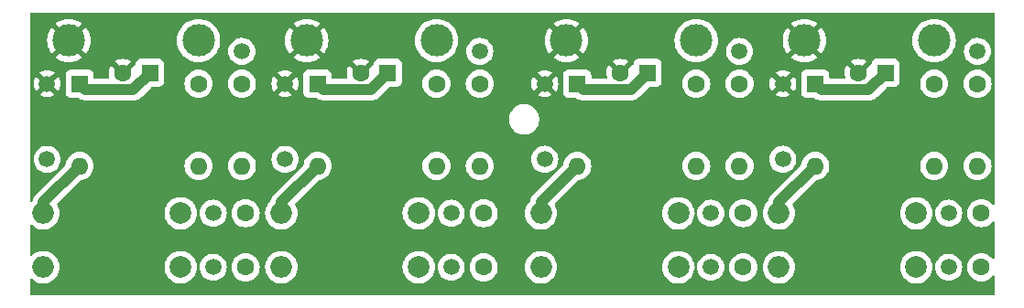
<source format=gbr>
%TF.GenerationSoftware,KiCad,Pcbnew,8.0.6*%
%TF.CreationDate,2024-12-08T18:35:23+09:00*%
%TF.ProjectId,backplane,6261636b-706c-4616-9e65-2e6b69636164,rev?*%
%TF.SameCoordinates,Original*%
%TF.FileFunction,Copper,L2,Bot*%
%TF.FilePolarity,Positive*%
%FSLAX46Y46*%
G04 Gerber Fmt 4.6, Leading zero omitted, Abs format (unit mm)*
G04 Created by KiCad (PCBNEW 8.0.6) date 2024-12-08 18:35:23*
%MOMM*%
%LPD*%
G01*
G04 APERTURE LIST*
%TA.AperFunction,ComponentPad*%
%ADD10C,3.000000*%
%TD*%
%TA.AperFunction,ComponentPad*%
%ADD11R,1.600000X1.600000*%
%TD*%
%TA.AperFunction,ComponentPad*%
%ADD12O,1.600000X1.600000*%
%TD*%
%TA.AperFunction,ComponentPad*%
%ADD13C,1.600000*%
%TD*%
%TA.AperFunction,ComponentPad*%
%ADD14C,2.000000*%
%TD*%
%TA.AperFunction,ComponentPad*%
%ADD15O,2.000000X2.000000*%
%TD*%
%TA.AperFunction,ComponentPad*%
%ADD16C,1.500000*%
%TD*%
%TA.AperFunction,ViaPad*%
%ADD17C,0.600000*%
%TD*%
%TA.AperFunction,Conductor*%
%ADD18C,1.000000*%
%TD*%
G04 APERTURE END LIST*
D10*
%TO.P,TP6,1,1*%
%TO.N,+12V*%
X16000000Y-3000000D03*
%TD*%
%TO.P,TP18,1,1*%
%TO.N,GND*%
X50000000Y-3000000D03*
%TD*%
D11*
%TO.P,D3,1,K*%
%TO.N,+12V*%
X51000000Y-7000000D03*
D12*
%TO.P,D3,2,A*%
%TO.N,Net-(D3-A)*%
X51000000Y-14620000D03*
%TD*%
D11*
%TO.P,C7,1*%
%TO.N,+12V*%
X79500000Y-6000000D03*
D13*
%TO.P,C7,2*%
%TO.N,GND*%
X77000000Y-6000000D03*
%TD*%
%TO.P,C8,1*%
%TO.N,Net-(U4-CSN)*%
X88350000Y-19000000D03*
%TO.P,C8,2*%
%TO.N,Net-(C8-Pad2)*%
X88350000Y-24000000D03*
%TD*%
D14*
%TO.P,L5,1,1*%
%TO.N,Net-(C6-Pad2)*%
X60350000Y-19000000D03*
D15*
%TO.P,L5,2,2*%
%TO.N,Net-(D3-A)*%
X47650000Y-19000000D03*
%TD*%
D11*
%TO.P,D2,1,K*%
%TO.N,+12V*%
X27000000Y-7000000D03*
D12*
%TO.P,D2,2,A*%
%TO.N,Net-(D2-A)*%
X27000000Y-14620000D03*
%TD*%
D11*
%TO.P,D4,1,K*%
%TO.N,+12V*%
X73000000Y-7000000D03*
D12*
%TO.P,D4,2,A*%
%TO.N,Net-(D4-A)*%
X73000000Y-14620000D03*
%TD*%
D16*
%TO.P,TP12,1,1*%
%TO.N,GND*%
X24000000Y-7000000D03*
%TD*%
D13*
%TO.P,R7,1*%
%TO.N,+12V*%
X88000000Y-7000000D03*
D12*
%TO.P,R7,2*%
%TO.N,Net-(U4-CSN)*%
X88000000Y-14620000D03*
%TD*%
D13*
%TO.P,R4,1*%
%TO.N,+12V*%
X38000000Y-7000000D03*
D12*
%TO.P,R4,2*%
%TO.N,Net-(U2-CSN)*%
X38000000Y-14620000D03*
%TD*%
D13*
%TO.P,R6,1*%
%TO.N,+12V*%
X62000000Y-7000000D03*
D12*
%TO.P,R6,2*%
%TO.N,Net-(U3-CSN)*%
X62000000Y-14620000D03*
%TD*%
D14*
%TO.P,L3,1,1*%
%TO.N,Net-(C4-Pad2)*%
X36350000Y-19000000D03*
D15*
%TO.P,L3,2,2*%
%TO.N,Net-(D2-A)*%
X23650000Y-19000000D03*
%TD*%
D13*
%TO.P,R5,1*%
%TO.N,+12V*%
X66000000Y-7000000D03*
D12*
%TO.P,R5,2*%
%TO.N,Net-(U3-CSN)*%
X66000000Y-14620000D03*
%TD*%
D16*
%TO.P,TP13,1,1*%
%TO.N,Net-(U2-CSN)*%
X39350000Y-19000000D03*
%TD*%
%TO.P,TP21,1,1*%
%TO.N,Net-(C6-Pad2)*%
X63350000Y-24000000D03*
%TD*%
%TO.P,TP19,1,1*%
%TO.N,GND*%
X48000000Y-7000000D03*
%TD*%
D13*
%TO.P,R1,1*%
%TO.N,+12V*%
X20000000Y-7000000D03*
D12*
%TO.P,R1,2*%
%TO.N,Net-(U1-CSN)*%
X20000000Y-14620000D03*
%TD*%
D10*
%TO.P,TP11,1,1*%
%TO.N,GND*%
X26000000Y-3000000D03*
%TD*%
D16*
%TO.P,TP1,1,1*%
%TO.N,Net-(U1-CSN)*%
X17350000Y-19000000D03*
%TD*%
D11*
%TO.P,C1,1*%
%TO.N,+12V*%
X11500000Y-6000000D03*
D13*
%TO.P,C1,2*%
%TO.N,GND*%
X9000000Y-6000000D03*
%TD*%
%TO.P,R2,1*%
%TO.N,+12V*%
X16000000Y-7000000D03*
D12*
%TO.P,R2,2*%
%TO.N,Net-(U1-CSN)*%
X16000000Y-14620000D03*
%TD*%
D10*
%TO.P,TP7,1,1*%
%TO.N,GND*%
X4000000Y-3000000D03*
%TD*%
D16*
%TO.P,TP10,1,1*%
%TO.N,Net-(U2-DIM)*%
X24000000Y-14000000D03*
%TD*%
%TO.P,TP16,1,1*%
%TO.N,+12V*%
X66000000Y-4000000D03*
%TD*%
D14*
%TO.P,L2,1,1*%
%TO.N,Net-(C2-Pad2)*%
X14350000Y-24000000D03*
D15*
%TO.P,L2,2,2*%
%TO.N,Net-(D1-A)*%
X1650000Y-24000000D03*
%TD*%
D14*
%TO.P,L8,1,1*%
%TO.N,Net-(C8-Pad2)*%
X82350000Y-24000000D03*
D15*
%TO.P,L8,2,2*%
%TO.N,Net-(D4-A)*%
X69650000Y-24000000D03*
%TD*%
D16*
%TO.P,TP26,1,1*%
%TO.N,GND*%
X70000000Y-7000000D03*
%TD*%
D14*
%TO.P,L7,1,1*%
%TO.N,Net-(C8-Pad2)*%
X82350000Y-19000000D03*
D15*
%TO.P,L7,2,2*%
%TO.N,Net-(D4-A)*%
X69650000Y-19000000D03*
%TD*%
D16*
%TO.P,TP17,1,1*%
%TO.N,Net-(U3-DIM)*%
X48000000Y-14000000D03*
%TD*%
D11*
%TO.P,C3,1*%
%TO.N,+12V*%
X33500000Y-6000000D03*
D13*
%TO.P,C3,2*%
%TO.N,GND*%
X31000000Y-6000000D03*
%TD*%
D16*
%TO.P,TP2,1,1*%
%TO.N,+12V*%
X20000000Y-4000000D03*
%TD*%
D11*
%TO.P,D1,1,K*%
%TO.N,+12V*%
X5000000Y-7000000D03*
D12*
%TO.P,D1,2,A*%
%TO.N,Net-(D1-A)*%
X5000000Y-14620000D03*
%TD*%
D16*
%TO.P,TP3,1,1*%
%TO.N,GND*%
X2000000Y-7000000D03*
%TD*%
D14*
%TO.P,L1,1,1*%
%TO.N,Net-(C2-Pad2)*%
X14350000Y-19000000D03*
D15*
%TO.P,L1,2,2*%
%TO.N,Net-(D1-A)*%
X1650000Y-19000000D03*
%TD*%
D16*
%TO.P,TP14,1,1*%
%TO.N,Net-(C4-Pad2)*%
X39350000Y-24000000D03*
%TD*%
D10*
%TO.P,TP8,1,1*%
%TO.N,+12V*%
X38000000Y-3000000D03*
%TD*%
D16*
%TO.P,TP20,1,1*%
%TO.N,Net-(U3-CSN)*%
X63350000Y-19000000D03*
%TD*%
D10*
%TO.P,TP22,1,1*%
%TO.N,+12V*%
X84000000Y-3000000D03*
%TD*%
%TO.P,TP15,1,1*%
%TO.N,+12V*%
X62000000Y-3000000D03*
%TD*%
D16*
%TO.P,TP27,1,1*%
%TO.N,Net-(U4-CSN)*%
X85350000Y-19000000D03*
%TD*%
D13*
%TO.P,R3,1*%
%TO.N,+12V*%
X42000000Y-7000000D03*
D12*
%TO.P,R3,2*%
%TO.N,Net-(U2-CSN)*%
X42000000Y-14620000D03*
%TD*%
D16*
%TO.P,TP28,1,1*%
%TO.N,Net-(C8-Pad2)*%
X85350000Y-24000000D03*
%TD*%
D13*
%TO.P,C4,1*%
%TO.N,Net-(U2-CSN)*%
X42350000Y-19000000D03*
%TO.P,C4,2*%
%TO.N,Net-(C4-Pad2)*%
X42350000Y-24000000D03*
%TD*%
D11*
%TO.P,C5,1*%
%TO.N,+12V*%
X57500000Y-6000000D03*
D13*
%TO.P,C5,2*%
%TO.N,GND*%
X55000000Y-6000000D03*
%TD*%
D16*
%TO.P,TP24,1,1*%
%TO.N,Net-(U4-DIM)*%
X70000000Y-14000000D03*
%TD*%
D13*
%TO.P,C6,1*%
%TO.N,Net-(U3-CSN)*%
X66350000Y-19000000D03*
%TO.P,C6,2*%
%TO.N,Net-(C6-Pad2)*%
X66350000Y-24000000D03*
%TD*%
D14*
%TO.P,L4,1,1*%
%TO.N,Net-(C4-Pad2)*%
X36350000Y-24000000D03*
D15*
%TO.P,L4,2,2*%
%TO.N,Net-(D2-A)*%
X23650000Y-24000000D03*
%TD*%
D10*
%TO.P,TP25,1,1*%
%TO.N,GND*%
X72000000Y-3000000D03*
%TD*%
D16*
%TO.P,TP23,1,1*%
%TO.N,+12V*%
X88000000Y-4000000D03*
%TD*%
%TO.P,TP9,1,1*%
%TO.N,+12V*%
X42000000Y-4000000D03*
%TD*%
D13*
%TO.P,C2,1*%
%TO.N,Net-(U1-CSN)*%
X20350000Y-19000000D03*
%TO.P,C2,2*%
%TO.N,Net-(C2-Pad2)*%
X20350000Y-24000000D03*
%TD*%
D16*
%TO.P,TP4,1,1*%
%TO.N,Net-(C2-Pad2)*%
X17350000Y-24000000D03*
%TD*%
%TO.P,TP5,1,1*%
%TO.N,Net-(U1-DIM)*%
X2000000Y-14000000D03*
%TD*%
D14*
%TO.P,L6,1,1*%
%TO.N,Net-(C6-Pad2)*%
X60350000Y-24000000D03*
D15*
%TO.P,L6,2,2*%
%TO.N,Net-(D3-A)*%
X47650000Y-24000000D03*
%TD*%
D13*
%TO.P,R8,1*%
%TO.N,+12V*%
X84000000Y-7000000D03*
D12*
%TO.P,R8,2*%
%TO.N,Net-(U4-CSN)*%
X84000000Y-14620000D03*
%TD*%
D17*
%TO.N,GND*%
X76175000Y-9911750D03*
X27915000Y-9911750D03*
X32995000Y-2291750D03*
X10135000Y-17531750D03*
X5055000Y-9911750D03*
X55855000Y-14991750D03*
X2515000Y-9911750D03*
X58395000Y-22611750D03*
X27915000Y-17531750D03*
X58395000Y-20071750D03*
X40615000Y-12451750D03*
X53315000Y-2291750D03*
X55855000Y-22611750D03*
X78715000Y-20071750D03*
X68555000Y-9911750D03*
X32995000Y-22611750D03*
X53315000Y-9911750D03*
X30455000Y-20071750D03*
X58395000Y-2291750D03*
X71095000Y-12451750D03*
X7595000Y-20071750D03*
X88875000Y-9911750D03*
X30455000Y-2291750D03*
X68555000Y-4831750D03*
X10135000Y-25151750D03*
X78715000Y-17531750D03*
X76175000Y-2291750D03*
X7595000Y-25151750D03*
X17755000Y-9911750D03*
X45695000Y-22611750D03*
X50775000Y-20071750D03*
X45695000Y-14991750D03*
X76175000Y-25151750D03*
X10135000Y-14991750D03*
X76175000Y-20071750D03*
X53315000Y-20071750D03*
X60935000Y-12451750D03*
X78715000Y-22611750D03*
X7595000Y-22611750D03*
X55855000Y-17531750D03*
X38075000Y-12451750D03*
X40615000Y-22611750D03*
X73635000Y-20071750D03*
X15215000Y-12451750D03*
X7595000Y-9911750D03*
X78715000Y-25151750D03*
X32995000Y-17531750D03*
X55855000Y-25151750D03*
X7595000Y-17531750D03*
X66015000Y-9911750D03*
X30455000Y-17531750D03*
X50775000Y-17531750D03*
X22835000Y-12451750D03*
X58395000Y-17531750D03*
X68555000Y-2291750D03*
X25375000Y-9911750D03*
X73635000Y-17531750D03*
X48235000Y-9911750D03*
X22835000Y-2291750D03*
X5055000Y-17531750D03*
X53315000Y-17531750D03*
X63475000Y-9911750D03*
X43155000Y-9911750D03*
X71095000Y-9911750D03*
X53315000Y-22611750D03*
X76175000Y-17531750D03*
X73635000Y-25151750D03*
X88875000Y-12451750D03*
X55855000Y-20071750D03*
X58395000Y-25151750D03*
X43155000Y-2291750D03*
X25375000Y-12451750D03*
X45695000Y-20071750D03*
X68555000Y-12451750D03*
X53315000Y-25151750D03*
X27915000Y-20071750D03*
X45695000Y-25151750D03*
X63475000Y-12451750D03*
X83795000Y-12451750D03*
X45695000Y-12451750D03*
X45695000Y-17531750D03*
X30455000Y-22611750D03*
X30455000Y-9911750D03*
X50775000Y-22611750D03*
X20295000Y-12451750D03*
X55855000Y-2291750D03*
X17755000Y-12451750D03*
X12675000Y-22611750D03*
X10135000Y-2291750D03*
X43155000Y-12451750D03*
X5055000Y-25151750D03*
X27915000Y-22611750D03*
X38075000Y-22611750D03*
X38075000Y-9911750D03*
X40615000Y-9911750D03*
X27915000Y-25151750D03*
X5055000Y-22611750D03*
X50775000Y-25151750D03*
X66015000Y-12451750D03*
X78715000Y-2291750D03*
X73635000Y-22611750D03*
X25375000Y-22611750D03*
X10135000Y-20071750D03*
X86335000Y-12451750D03*
X12675000Y-17531750D03*
X20295000Y-9911750D03*
X76175000Y-22611750D03*
X30455000Y-25151750D03*
X73635000Y-9911750D03*
X22835000Y-9911750D03*
X32995000Y-25151750D03*
X7595000Y-2291750D03*
X32995000Y-20071750D03*
X86335000Y-9911750D03*
X45695000Y-4831750D03*
X5055000Y-20071750D03*
X10135000Y-22611750D03*
X50775000Y-9911750D03*
X45695000Y-2291750D03*
%TD*%
D18*
%TO.N,+12V*%
X27000000Y-7000000D02*
X27550000Y-7550000D01*
X77950000Y-7550000D02*
X79500000Y-6000000D01*
X51550000Y-7550000D02*
X55950000Y-7550000D01*
X5550000Y-7550000D02*
X9950000Y-7550000D01*
X31950000Y-7550000D02*
X33500000Y-6000000D01*
X73550000Y-7550000D02*
X77950000Y-7550000D01*
X73000000Y-7000000D02*
X73550000Y-7550000D01*
X5000000Y-7000000D02*
X5550000Y-7550000D01*
X51000000Y-7000000D02*
X51550000Y-7550000D01*
X9950000Y-7550000D02*
X11500000Y-6000000D01*
X55950000Y-7550000D02*
X57500000Y-6000000D01*
X27550000Y-7550000D02*
X31950000Y-7550000D01*
%TO.N,Net-(D1-A)*%
X1650000Y-17970000D02*
X5000000Y-14620000D01*
X1650000Y-19000000D02*
X1650000Y-17970000D01*
%TO.N,Net-(D2-A)*%
X23650000Y-17970000D02*
X27000000Y-14620000D01*
X23650000Y-19000000D02*
X23650000Y-17970000D01*
%TO.N,Net-(D3-A)*%
X47650000Y-19000000D02*
X47650000Y-17970000D01*
X47650000Y-17970000D02*
X51000000Y-14620000D01*
%TO.N,Net-(D4-A)*%
X69650000Y-17970000D02*
X73000000Y-14620000D01*
X69650000Y-19000000D02*
X69650000Y-17970000D01*
%TD*%
%TA.AperFunction,Conductor*%
%TO.N,GND*%
G36*
X89542539Y-420185D02*
G01*
X89588294Y-472989D01*
X89599500Y-524500D01*
X89599500Y-18123839D01*
X89579815Y-18190878D01*
X89527011Y-18236633D01*
X89457853Y-18246577D01*
X89394297Y-18217552D01*
X89373925Y-18194962D01*
X89350045Y-18160858D01*
X89189141Y-17999954D01*
X89002734Y-17869432D01*
X89002732Y-17869431D01*
X88796497Y-17773261D01*
X88796488Y-17773258D01*
X88576697Y-17714366D01*
X88576693Y-17714365D01*
X88576692Y-17714365D01*
X88576691Y-17714364D01*
X88576686Y-17714364D01*
X88350002Y-17694532D01*
X88349998Y-17694532D01*
X88123313Y-17714364D01*
X88123302Y-17714366D01*
X87903511Y-17773258D01*
X87903502Y-17773261D01*
X87697267Y-17869431D01*
X87697265Y-17869432D01*
X87510858Y-17999954D01*
X87349954Y-18160858D01*
X87219432Y-18347265D01*
X87219431Y-18347267D01*
X87123261Y-18553502D01*
X87123258Y-18553511D01*
X87064366Y-18773302D01*
X87064364Y-18773313D01*
X87044532Y-18999998D01*
X87044532Y-19000001D01*
X87064364Y-19226686D01*
X87064366Y-19226697D01*
X87123258Y-19446488D01*
X87123261Y-19446497D01*
X87219431Y-19652732D01*
X87219432Y-19652734D01*
X87349954Y-19839141D01*
X87510858Y-20000045D01*
X87510861Y-20000047D01*
X87697266Y-20130568D01*
X87903504Y-20226739D01*
X87903509Y-20226740D01*
X87903511Y-20226741D01*
X87938839Y-20236207D01*
X88123308Y-20285635D01*
X88285230Y-20299801D01*
X88349998Y-20305468D01*
X88350000Y-20305468D01*
X88350002Y-20305468D01*
X88406673Y-20300509D01*
X88576692Y-20285635D01*
X88796496Y-20226739D01*
X89002734Y-20130568D01*
X89189139Y-20000047D01*
X89350047Y-19839139D01*
X89373925Y-19805036D01*
X89428500Y-19761412D01*
X89497999Y-19754218D01*
X89560354Y-19785740D01*
X89595768Y-19845969D01*
X89599500Y-19876160D01*
X89599500Y-23123839D01*
X89579815Y-23190878D01*
X89527011Y-23236633D01*
X89457853Y-23246577D01*
X89394297Y-23217552D01*
X89373925Y-23194962D01*
X89350045Y-23160858D01*
X89189141Y-22999954D01*
X89002734Y-22869432D01*
X89002732Y-22869431D01*
X88796497Y-22773261D01*
X88796488Y-22773258D01*
X88576697Y-22714366D01*
X88576693Y-22714365D01*
X88576692Y-22714365D01*
X88576691Y-22714364D01*
X88576686Y-22714364D01*
X88350002Y-22694532D01*
X88349998Y-22694532D01*
X88123313Y-22714364D01*
X88123302Y-22714366D01*
X87903511Y-22773258D01*
X87903502Y-22773261D01*
X87697267Y-22869431D01*
X87697265Y-22869432D01*
X87510858Y-22999954D01*
X87349954Y-23160858D01*
X87219432Y-23347265D01*
X87219431Y-23347267D01*
X87123261Y-23553502D01*
X87123258Y-23553511D01*
X87064366Y-23773302D01*
X87064364Y-23773313D01*
X87044532Y-23999998D01*
X87044532Y-24000001D01*
X87064364Y-24226686D01*
X87064366Y-24226697D01*
X87123258Y-24446488D01*
X87123261Y-24446497D01*
X87219431Y-24652732D01*
X87219432Y-24652734D01*
X87349954Y-24839141D01*
X87510858Y-25000045D01*
X87510861Y-25000047D01*
X87697266Y-25130568D01*
X87903504Y-25226739D01*
X87903509Y-25226740D01*
X87903511Y-25226741D01*
X87938839Y-25236207D01*
X88123308Y-25285635D01*
X88285230Y-25299801D01*
X88349998Y-25305468D01*
X88350000Y-25305468D01*
X88350002Y-25305468D01*
X88406673Y-25300509D01*
X88576692Y-25285635D01*
X88796496Y-25226739D01*
X89002734Y-25130568D01*
X89189139Y-25000047D01*
X89350047Y-24839139D01*
X89373925Y-24805036D01*
X89428500Y-24761412D01*
X89497999Y-24754218D01*
X89560354Y-24785740D01*
X89595768Y-24845969D01*
X89599500Y-24876160D01*
X89599500Y-26475500D01*
X89579815Y-26542539D01*
X89527011Y-26588294D01*
X89475500Y-26599500D01*
X524500Y-26599500D01*
X457461Y-26579815D01*
X411706Y-26527011D01*
X400500Y-26475500D01*
X400500Y-25175940D01*
X420185Y-25108901D01*
X472989Y-25063146D01*
X542147Y-25053202D01*
X605703Y-25082227D01*
X615725Y-25091953D01*
X630256Y-25107738D01*
X826491Y-25260474D01*
X1045190Y-25378828D01*
X1280386Y-25459571D01*
X1525665Y-25500500D01*
X1774335Y-25500500D01*
X2019614Y-25459571D01*
X2254810Y-25378828D01*
X2473509Y-25260474D01*
X2669744Y-25107738D01*
X2838164Y-24924785D01*
X2974173Y-24716607D01*
X3074063Y-24488881D01*
X3135108Y-24247821D01*
X3135109Y-24247812D01*
X3155643Y-24000005D01*
X3155643Y-23999994D01*
X12844357Y-23999994D01*
X12844357Y-24000005D01*
X12864890Y-24247812D01*
X12864892Y-24247824D01*
X12925936Y-24488881D01*
X13025826Y-24716606D01*
X13161833Y-24924782D01*
X13161836Y-24924785D01*
X13330256Y-25107738D01*
X13526491Y-25260474D01*
X13745190Y-25378828D01*
X13980386Y-25459571D01*
X14225665Y-25500500D01*
X14474335Y-25500500D01*
X14719614Y-25459571D01*
X14954810Y-25378828D01*
X15173509Y-25260474D01*
X15369744Y-25107738D01*
X15538164Y-24924785D01*
X15674173Y-24716607D01*
X15774063Y-24488881D01*
X15835108Y-24247821D01*
X15851715Y-24047394D01*
X15869542Y-24001197D01*
X16080031Y-24001197D01*
X16096747Y-24032647D01*
X16098819Y-24046830D01*
X16113793Y-24217976D01*
X16113793Y-24217979D01*
X16170422Y-24429322D01*
X16170424Y-24429326D01*
X16170425Y-24429330D01*
X16198194Y-24488881D01*
X16262897Y-24627638D01*
X16262898Y-24627639D01*
X16388402Y-24806877D01*
X16543123Y-24961598D01*
X16722361Y-25087102D01*
X16920670Y-25179575D01*
X17132023Y-25236207D01*
X17314926Y-25252208D01*
X17349998Y-25255277D01*
X17350000Y-25255277D01*
X17350002Y-25255277D01*
X17378254Y-25252805D01*
X17567977Y-25236207D01*
X17779330Y-25179575D01*
X17977639Y-25087102D01*
X18156877Y-24961598D01*
X18311598Y-24806877D01*
X18437102Y-24627639D01*
X18529575Y-24429330D01*
X18586207Y-24217977D01*
X18605277Y-24000000D01*
X18605277Y-23999998D01*
X19044532Y-23999998D01*
X19044532Y-24000001D01*
X19064364Y-24226686D01*
X19064366Y-24226697D01*
X19123258Y-24446488D01*
X19123261Y-24446497D01*
X19219431Y-24652732D01*
X19219432Y-24652734D01*
X19349954Y-24839141D01*
X19510858Y-25000045D01*
X19510861Y-25000047D01*
X19697266Y-25130568D01*
X19903504Y-25226739D01*
X19903509Y-25226740D01*
X19903511Y-25226741D01*
X19938839Y-25236207D01*
X20123308Y-25285635D01*
X20285230Y-25299801D01*
X20349998Y-25305468D01*
X20350000Y-25305468D01*
X20350002Y-25305468D01*
X20406673Y-25300509D01*
X20576692Y-25285635D01*
X20796496Y-25226739D01*
X21002734Y-25130568D01*
X21189139Y-25000047D01*
X21350047Y-24839139D01*
X21480568Y-24652734D01*
X21576739Y-24446496D01*
X21635635Y-24226692D01*
X21655468Y-24000000D01*
X21655467Y-23999994D01*
X22144357Y-23999994D01*
X22144357Y-24000005D01*
X22164890Y-24247812D01*
X22164892Y-24247824D01*
X22225936Y-24488881D01*
X22325826Y-24716606D01*
X22461833Y-24924782D01*
X22461836Y-24924785D01*
X22630256Y-25107738D01*
X22826491Y-25260474D01*
X23045190Y-25378828D01*
X23280386Y-25459571D01*
X23525665Y-25500500D01*
X23774335Y-25500500D01*
X24019614Y-25459571D01*
X24254810Y-25378828D01*
X24473509Y-25260474D01*
X24669744Y-25107738D01*
X24838164Y-24924785D01*
X24974173Y-24716607D01*
X25074063Y-24488881D01*
X25135108Y-24247821D01*
X25135109Y-24247812D01*
X25155643Y-24000005D01*
X25155643Y-23999994D01*
X34844357Y-23999994D01*
X34844357Y-24000005D01*
X34864890Y-24247812D01*
X34864892Y-24247824D01*
X34925936Y-24488881D01*
X35025826Y-24716606D01*
X35161833Y-24924782D01*
X35161836Y-24924785D01*
X35330256Y-25107738D01*
X35526491Y-25260474D01*
X35745190Y-25378828D01*
X35980386Y-25459571D01*
X36225665Y-25500500D01*
X36474335Y-25500500D01*
X36719614Y-25459571D01*
X36954810Y-25378828D01*
X37173509Y-25260474D01*
X37369744Y-25107738D01*
X37538164Y-24924785D01*
X37674173Y-24716607D01*
X37774063Y-24488881D01*
X37835108Y-24247821D01*
X37851715Y-24047394D01*
X37869542Y-24001197D01*
X38080031Y-24001197D01*
X38096747Y-24032647D01*
X38098819Y-24046830D01*
X38113793Y-24217976D01*
X38113793Y-24217979D01*
X38170422Y-24429322D01*
X38170424Y-24429326D01*
X38170425Y-24429330D01*
X38198194Y-24488881D01*
X38262897Y-24627638D01*
X38262898Y-24627639D01*
X38388402Y-24806877D01*
X38543123Y-24961598D01*
X38722361Y-25087102D01*
X38920670Y-25179575D01*
X39132023Y-25236207D01*
X39314926Y-25252208D01*
X39349998Y-25255277D01*
X39350000Y-25255277D01*
X39350002Y-25255277D01*
X39378254Y-25252805D01*
X39567977Y-25236207D01*
X39779330Y-25179575D01*
X39977639Y-25087102D01*
X40156877Y-24961598D01*
X40311598Y-24806877D01*
X40437102Y-24627639D01*
X40529575Y-24429330D01*
X40586207Y-24217977D01*
X40605277Y-24000000D01*
X40605277Y-23999998D01*
X41044532Y-23999998D01*
X41044532Y-24000001D01*
X41064364Y-24226686D01*
X41064366Y-24226697D01*
X41123258Y-24446488D01*
X41123261Y-24446497D01*
X41219431Y-24652732D01*
X41219432Y-24652734D01*
X41349954Y-24839141D01*
X41510858Y-25000045D01*
X41510861Y-25000047D01*
X41697266Y-25130568D01*
X41903504Y-25226739D01*
X41903509Y-25226740D01*
X41903511Y-25226741D01*
X41938839Y-25236207D01*
X42123308Y-25285635D01*
X42285230Y-25299801D01*
X42349998Y-25305468D01*
X42350000Y-25305468D01*
X42350002Y-25305468D01*
X42406673Y-25300509D01*
X42576692Y-25285635D01*
X42796496Y-25226739D01*
X43002734Y-25130568D01*
X43189139Y-25000047D01*
X43350047Y-24839139D01*
X43480568Y-24652734D01*
X43576739Y-24446496D01*
X43635635Y-24226692D01*
X43655468Y-24000000D01*
X43655467Y-23999994D01*
X46144357Y-23999994D01*
X46144357Y-24000005D01*
X46164890Y-24247812D01*
X46164892Y-24247824D01*
X46225936Y-24488881D01*
X46325826Y-24716606D01*
X46461833Y-24924782D01*
X46461836Y-24924785D01*
X46630256Y-25107738D01*
X46826491Y-25260474D01*
X47045190Y-25378828D01*
X47280386Y-25459571D01*
X47525665Y-25500500D01*
X47774335Y-25500500D01*
X48019614Y-25459571D01*
X48254810Y-25378828D01*
X48473509Y-25260474D01*
X48669744Y-25107738D01*
X48838164Y-24924785D01*
X48974173Y-24716607D01*
X49074063Y-24488881D01*
X49135108Y-24247821D01*
X49135109Y-24247812D01*
X49155643Y-24000005D01*
X49155643Y-23999994D01*
X58844357Y-23999994D01*
X58844357Y-24000005D01*
X58864890Y-24247812D01*
X58864892Y-24247824D01*
X58925936Y-24488881D01*
X59025826Y-24716606D01*
X59161833Y-24924782D01*
X59161836Y-24924785D01*
X59330256Y-25107738D01*
X59526491Y-25260474D01*
X59745190Y-25378828D01*
X59980386Y-25459571D01*
X60225665Y-25500500D01*
X60474335Y-25500500D01*
X60719614Y-25459571D01*
X60954810Y-25378828D01*
X61173509Y-25260474D01*
X61369744Y-25107738D01*
X61538164Y-24924785D01*
X61674173Y-24716607D01*
X61774063Y-24488881D01*
X61835108Y-24247821D01*
X61851715Y-24047394D01*
X61869542Y-24001197D01*
X62080031Y-24001197D01*
X62096747Y-24032647D01*
X62098819Y-24046830D01*
X62113793Y-24217976D01*
X62113793Y-24217979D01*
X62170422Y-24429322D01*
X62170424Y-24429326D01*
X62170425Y-24429330D01*
X62198194Y-24488881D01*
X62262897Y-24627638D01*
X62262898Y-24627639D01*
X62388402Y-24806877D01*
X62543123Y-24961598D01*
X62722361Y-25087102D01*
X62920670Y-25179575D01*
X63132023Y-25236207D01*
X63314926Y-25252208D01*
X63349998Y-25255277D01*
X63350000Y-25255277D01*
X63350002Y-25255277D01*
X63378254Y-25252805D01*
X63567977Y-25236207D01*
X63779330Y-25179575D01*
X63977639Y-25087102D01*
X64156877Y-24961598D01*
X64311598Y-24806877D01*
X64437102Y-24627639D01*
X64529575Y-24429330D01*
X64586207Y-24217977D01*
X64605277Y-24000000D01*
X64605277Y-23999998D01*
X65044532Y-23999998D01*
X65044532Y-24000001D01*
X65064364Y-24226686D01*
X65064366Y-24226697D01*
X65123258Y-24446488D01*
X65123261Y-24446497D01*
X65219431Y-24652732D01*
X65219432Y-24652734D01*
X65349954Y-24839141D01*
X65510858Y-25000045D01*
X65510861Y-25000047D01*
X65697266Y-25130568D01*
X65903504Y-25226739D01*
X65903509Y-25226740D01*
X65903511Y-25226741D01*
X65938839Y-25236207D01*
X66123308Y-25285635D01*
X66285230Y-25299801D01*
X66349998Y-25305468D01*
X66350000Y-25305468D01*
X66350002Y-25305468D01*
X66406673Y-25300509D01*
X66576692Y-25285635D01*
X66796496Y-25226739D01*
X67002734Y-25130568D01*
X67189139Y-25000047D01*
X67350047Y-24839139D01*
X67480568Y-24652734D01*
X67576739Y-24446496D01*
X67635635Y-24226692D01*
X67655468Y-24000000D01*
X67655467Y-23999994D01*
X68144357Y-23999994D01*
X68144357Y-24000005D01*
X68164890Y-24247812D01*
X68164892Y-24247824D01*
X68225936Y-24488881D01*
X68325826Y-24716606D01*
X68461833Y-24924782D01*
X68461836Y-24924785D01*
X68630256Y-25107738D01*
X68826491Y-25260474D01*
X69045190Y-25378828D01*
X69280386Y-25459571D01*
X69525665Y-25500500D01*
X69774335Y-25500500D01*
X70019614Y-25459571D01*
X70254810Y-25378828D01*
X70473509Y-25260474D01*
X70669744Y-25107738D01*
X70838164Y-24924785D01*
X70974173Y-24716607D01*
X71074063Y-24488881D01*
X71135108Y-24247821D01*
X71135109Y-24247812D01*
X71155643Y-24000005D01*
X71155643Y-23999994D01*
X80844357Y-23999994D01*
X80844357Y-24000005D01*
X80864890Y-24247812D01*
X80864892Y-24247824D01*
X80925936Y-24488881D01*
X81025826Y-24716606D01*
X81161833Y-24924782D01*
X81161836Y-24924785D01*
X81330256Y-25107738D01*
X81526491Y-25260474D01*
X81745190Y-25378828D01*
X81980386Y-25459571D01*
X82225665Y-25500500D01*
X82474335Y-25500500D01*
X82719614Y-25459571D01*
X82954810Y-25378828D01*
X83173509Y-25260474D01*
X83369744Y-25107738D01*
X83538164Y-24924785D01*
X83674173Y-24716607D01*
X83774063Y-24488881D01*
X83835108Y-24247821D01*
X83851715Y-24047394D01*
X83869542Y-24001197D01*
X84080031Y-24001197D01*
X84096747Y-24032647D01*
X84098819Y-24046830D01*
X84113793Y-24217976D01*
X84113793Y-24217979D01*
X84170422Y-24429322D01*
X84170424Y-24429326D01*
X84170425Y-24429330D01*
X84198194Y-24488881D01*
X84262897Y-24627638D01*
X84262898Y-24627639D01*
X84388402Y-24806877D01*
X84543123Y-24961598D01*
X84722361Y-25087102D01*
X84920670Y-25179575D01*
X85132023Y-25236207D01*
X85314926Y-25252208D01*
X85349998Y-25255277D01*
X85350000Y-25255277D01*
X85350002Y-25255277D01*
X85378254Y-25252805D01*
X85567977Y-25236207D01*
X85779330Y-25179575D01*
X85977639Y-25087102D01*
X86156877Y-24961598D01*
X86311598Y-24806877D01*
X86437102Y-24627639D01*
X86529575Y-24429330D01*
X86586207Y-24217977D01*
X86605277Y-24000000D01*
X86605276Y-23999994D01*
X86601130Y-23952600D01*
X86586207Y-23782023D01*
X86529575Y-23570670D01*
X86437102Y-23372362D01*
X86437100Y-23372359D01*
X86437099Y-23372357D01*
X86311599Y-23193124D01*
X86242314Y-23123839D01*
X86156877Y-23038402D01*
X85977639Y-22912898D01*
X85977640Y-22912898D01*
X85977638Y-22912897D01*
X85878484Y-22866661D01*
X85779330Y-22820425D01*
X85779326Y-22820424D01*
X85779322Y-22820422D01*
X85567977Y-22763793D01*
X85350002Y-22744723D01*
X85349998Y-22744723D01*
X85204682Y-22757436D01*
X85132023Y-22763793D01*
X85132020Y-22763793D01*
X84920677Y-22820422D01*
X84920668Y-22820426D01*
X84722361Y-22912898D01*
X84722357Y-22912900D01*
X84543121Y-23038402D01*
X84388402Y-23193121D01*
X84262900Y-23372357D01*
X84262898Y-23372361D01*
X84170426Y-23570668D01*
X84170422Y-23570677D01*
X84113793Y-23782020D01*
X84113793Y-23782023D01*
X84098819Y-23953169D01*
X84080031Y-24001197D01*
X83869542Y-24001197D01*
X83870500Y-23998715D01*
X83853722Y-23966793D01*
X83851717Y-23952622D01*
X83835108Y-23752179D01*
X83789145Y-23570677D01*
X83774063Y-23511118D01*
X83674173Y-23283393D01*
X83538166Y-23075217D01*
X83468880Y-22999953D01*
X83369744Y-22892262D01*
X83173509Y-22739526D01*
X83173507Y-22739525D01*
X83173506Y-22739524D01*
X82954811Y-22621172D01*
X82954802Y-22621169D01*
X82719616Y-22540429D01*
X82474335Y-22499500D01*
X82225665Y-22499500D01*
X81980383Y-22540429D01*
X81745197Y-22621169D01*
X81745188Y-22621172D01*
X81526493Y-22739524D01*
X81330257Y-22892261D01*
X81161833Y-23075217D01*
X81025826Y-23283393D01*
X80925936Y-23511118D01*
X80864892Y-23752175D01*
X80864890Y-23752187D01*
X80844357Y-23999994D01*
X71155643Y-23999994D01*
X71135109Y-23752187D01*
X71135107Y-23752175D01*
X71074063Y-23511118D01*
X70974173Y-23283393D01*
X70838166Y-23075217D01*
X70768880Y-22999953D01*
X70669744Y-22892262D01*
X70473509Y-22739526D01*
X70473507Y-22739525D01*
X70473506Y-22739524D01*
X70254811Y-22621172D01*
X70254802Y-22621169D01*
X70019616Y-22540429D01*
X69774335Y-22499500D01*
X69525665Y-22499500D01*
X69280383Y-22540429D01*
X69045197Y-22621169D01*
X69045188Y-22621172D01*
X68826493Y-22739524D01*
X68630257Y-22892261D01*
X68461833Y-23075217D01*
X68325826Y-23283393D01*
X68225936Y-23511118D01*
X68164892Y-23752175D01*
X68164890Y-23752187D01*
X68144357Y-23999994D01*
X67655467Y-23999994D01*
X67649801Y-23935230D01*
X67635635Y-23773308D01*
X67590916Y-23606415D01*
X67576741Y-23553511D01*
X67576738Y-23553502D01*
X67556974Y-23511118D01*
X67480568Y-23347266D01*
X67372637Y-23193123D01*
X67350045Y-23160858D01*
X67189141Y-22999954D01*
X67002734Y-22869432D01*
X67002732Y-22869431D01*
X66796497Y-22773261D01*
X66796488Y-22773258D01*
X66576697Y-22714366D01*
X66576693Y-22714365D01*
X66576692Y-22714365D01*
X66576691Y-22714364D01*
X66576686Y-22714364D01*
X66350002Y-22694532D01*
X66349998Y-22694532D01*
X66123313Y-22714364D01*
X66123302Y-22714366D01*
X65903511Y-22773258D01*
X65903502Y-22773261D01*
X65697267Y-22869431D01*
X65697265Y-22869432D01*
X65510858Y-22999954D01*
X65349954Y-23160858D01*
X65219432Y-23347265D01*
X65219431Y-23347267D01*
X65123261Y-23553502D01*
X65123258Y-23553511D01*
X65064366Y-23773302D01*
X65064364Y-23773313D01*
X65044532Y-23999998D01*
X64605277Y-23999998D01*
X64605276Y-23999994D01*
X64601130Y-23952600D01*
X64586207Y-23782023D01*
X64529575Y-23570670D01*
X64437102Y-23372362D01*
X64437100Y-23372359D01*
X64437099Y-23372357D01*
X64311599Y-23193124D01*
X64242314Y-23123839D01*
X64156877Y-23038402D01*
X63977639Y-22912898D01*
X63977640Y-22912898D01*
X63977638Y-22912897D01*
X63878484Y-22866661D01*
X63779330Y-22820425D01*
X63779326Y-22820424D01*
X63779322Y-22820422D01*
X63567977Y-22763793D01*
X63350002Y-22744723D01*
X63349998Y-22744723D01*
X63204682Y-22757436D01*
X63132023Y-22763793D01*
X63132020Y-22763793D01*
X62920677Y-22820422D01*
X62920668Y-22820426D01*
X62722361Y-22912898D01*
X62722357Y-22912900D01*
X62543121Y-23038402D01*
X62388402Y-23193121D01*
X62262900Y-23372357D01*
X62262898Y-23372361D01*
X62170426Y-23570668D01*
X62170422Y-23570677D01*
X62113793Y-23782020D01*
X62113793Y-23782023D01*
X62098819Y-23953169D01*
X62080031Y-24001197D01*
X61869542Y-24001197D01*
X61870500Y-23998715D01*
X61853722Y-23966793D01*
X61851717Y-23952622D01*
X61835108Y-23752179D01*
X61789145Y-23570677D01*
X61774063Y-23511118D01*
X61674173Y-23283393D01*
X61538166Y-23075217D01*
X61468880Y-22999953D01*
X61369744Y-22892262D01*
X61173509Y-22739526D01*
X61173507Y-22739525D01*
X61173506Y-22739524D01*
X60954811Y-22621172D01*
X60954802Y-22621169D01*
X60719616Y-22540429D01*
X60474335Y-22499500D01*
X60225665Y-22499500D01*
X59980383Y-22540429D01*
X59745197Y-22621169D01*
X59745188Y-22621172D01*
X59526493Y-22739524D01*
X59330257Y-22892261D01*
X59161833Y-23075217D01*
X59025826Y-23283393D01*
X58925936Y-23511118D01*
X58864892Y-23752175D01*
X58864890Y-23752187D01*
X58844357Y-23999994D01*
X49155643Y-23999994D01*
X49135109Y-23752187D01*
X49135107Y-23752175D01*
X49074063Y-23511118D01*
X48974173Y-23283393D01*
X48838166Y-23075217D01*
X48768880Y-22999953D01*
X48669744Y-22892262D01*
X48473509Y-22739526D01*
X48473507Y-22739525D01*
X48473506Y-22739524D01*
X48254811Y-22621172D01*
X48254802Y-22621169D01*
X48019616Y-22540429D01*
X47774335Y-22499500D01*
X47525665Y-22499500D01*
X47280383Y-22540429D01*
X47045197Y-22621169D01*
X47045188Y-22621172D01*
X46826493Y-22739524D01*
X46630257Y-22892261D01*
X46461833Y-23075217D01*
X46325826Y-23283393D01*
X46225936Y-23511118D01*
X46164892Y-23752175D01*
X46164890Y-23752187D01*
X46144357Y-23999994D01*
X43655467Y-23999994D01*
X43649801Y-23935230D01*
X43635635Y-23773308D01*
X43590916Y-23606415D01*
X43576741Y-23553511D01*
X43576738Y-23553502D01*
X43556974Y-23511118D01*
X43480568Y-23347266D01*
X43372637Y-23193123D01*
X43350045Y-23160858D01*
X43189141Y-22999954D01*
X43002734Y-22869432D01*
X43002732Y-22869431D01*
X42796497Y-22773261D01*
X42796488Y-22773258D01*
X42576697Y-22714366D01*
X42576693Y-22714365D01*
X42576692Y-22714365D01*
X42576691Y-22714364D01*
X42576686Y-22714364D01*
X42350002Y-22694532D01*
X42349998Y-22694532D01*
X42123313Y-22714364D01*
X42123302Y-22714366D01*
X41903511Y-22773258D01*
X41903502Y-22773261D01*
X41697267Y-22869431D01*
X41697265Y-22869432D01*
X41510858Y-22999954D01*
X41349954Y-23160858D01*
X41219432Y-23347265D01*
X41219431Y-23347267D01*
X41123261Y-23553502D01*
X41123258Y-23553511D01*
X41064366Y-23773302D01*
X41064364Y-23773313D01*
X41044532Y-23999998D01*
X40605277Y-23999998D01*
X40605276Y-23999994D01*
X40601130Y-23952600D01*
X40586207Y-23782023D01*
X40529575Y-23570670D01*
X40437102Y-23372362D01*
X40437100Y-23372359D01*
X40437099Y-23372357D01*
X40311599Y-23193124D01*
X40242314Y-23123839D01*
X40156877Y-23038402D01*
X39977639Y-22912898D01*
X39977640Y-22912898D01*
X39977638Y-22912897D01*
X39878484Y-22866661D01*
X39779330Y-22820425D01*
X39779326Y-22820424D01*
X39779322Y-22820422D01*
X39567977Y-22763793D01*
X39350002Y-22744723D01*
X39349998Y-22744723D01*
X39204682Y-22757436D01*
X39132023Y-22763793D01*
X39132020Y-22763793D01*
X38920677Y-22820422D01*
X38920668Y-22820426D01*
X38722361Y-22912898D01*
X38722357Y-22912900D01*
X38543121Y-23038402D01*
X38388402Y-23193121D01*
X38262900Y-23372357D01*
X38262898Y-23372361D01*
X38170426Y-23570668D01*
X38170422Y-23570677D01*
X38113793Y-23782020D01*
X38113793Y-23782023D01*
X38098819Y-23953169D01*
X38080031Y-24001197D01*
X37869542Y-24001197D01*
X37870500Y-23998715D01*
X37853722Y-23966793D01*
X37851717Y-23952622D01*
X37835108Y-23752179D01*
X37789145Y-23570677D01*
X37774063Y-23511118D01*
X37674173Y-23283393D01*
X37538166Y-23075217D01*
X37468880Y-22999953D01*
X37369744Y-22892262D01*
X37173509Y-22739526D01*
X37173507Y-22739525D01*
X37173506Y-22739524D01*
X36954811Y-22621172D01*
X36954802Y-22621169D01*
X36719616Y-22540429D01*
X36474335Y-22499500D01*
X36225665Y-22499500D01*
X35980383Y-22540429D01*
X35745197Y-22621169D01*
X35745188Y-22621172D01*
X35526493Y-22739524D01*
X35330257Y-22892261D01*
X35161833Y-23075217D01*
X35025826Y-23283393D01*
X34925936Y-23511118D01*
X34864892Y-23752175D01*
X34864890Y-23752187D01*
X34844357Y-23999994D01*
X25155643Y-23999994D01*
X25135109Y-23752187D01*
X25135107Y-23752175D01*
X25074063Y-23511118D01*
X24974173Y-23283393D01*
X24838166Y-23075217D01*
X24768880Y-22999953D01*
X24669744Y-22892262D01*
X24473509Y-22739526D01*
X24473507Y-22739525D01*
X24473506Y-22739524D01*
X24254811Y-22621172D01*
X24254802Y-22621169D01*
X24019616Y-22540429D01*
X23774335Y-22499500D01*
X23525665Y-22499500D01*
X23280383Y-22540429D01*
X23045197Y-22621169D01*
X23045188Y-22621172D01*
X22826493Y-22739524D01*
X22630257Y-22892261D01*
X22461833Y-23075217D01*
X22325826Y-23283393D01*
X22225936Y-23511118D01*
X22164892Y-23752175D01*
X22164890Y-23752187D01*
X22144357Y-23999994D01*
X21655467Y-23999994D01*
X21649801Y-23935230D01*
X21635635Y-23773308D01*
X21590916Y-23606415D01*
X21576741Y-23553511D01*
X21576738Y-23553502D01*
X21556974Y-23511118D01*
X21480568Y-23347266D01*
X21372637Y-23193123D01*
X21350045Y-23160858D01*
X21189141Y-22999954D01*
X21002734Y-22869432D01*
X21002732Y-22869431D01*
X20796497Y-22773261D01*
X20796488Y-22773258D01*
X20576697Y-22714366D01*
X20576693Y-22714365D01*
X20576692Y-22714365D01*
X20576691Y-22714364D01*
X20576686Y-22714364D01*
X20350002Y-22694532D01*
X20349998Y-22694532D01*
X20123313Y-22714364D01*
X20123302Y-22714366D01*
X19903511Y-22773258D01*
X19903502Y-22773261D01*
X19697267Y-22869431D01*
X19697265Y-22869432D01*
X19510858Y-22999954D01*
X19349954Y-23160858D01*
X19219432Y-23347265D01*
X19219431Y-23347267D01*
X19123261Y-23553502D01*
X19123258Y-23553511D01*
X19064366Y-23773302D01*
X19064364Y-23773313D01*
X19044532Y-23999998D01*
X18605277Y-23999998D01*
X18605276Y-23999994D01*
X18601130Y-23952600D01*
X18586207Y-23782023D01*
X18529575Y-23570670D01*
X18437102Y-23372362D01*
X18437100Y-23372359D01*
X18437099Y-23372357D01*
X18311599Y-23193124D01*
X18242314Y-23123839D01*
X18156877Y-23038402D01*
X17977639Y-22912898D01*
X17977640Y-22912898D01*
X17977638Y-22912897D01*
X17878484Y-22866661D01*
X17779330Y-22820425D01*
X17779326Y-22820424D01*
X17779322Y-22820422D01*
X17567977Y-22763793D01*
X17350002Y-22744723D01*
X17349998Y-22744723D01*
X17204682Y-22757436D01*
X17132023Y-22763793D01*
X17132020Y-22763793D01*
X16920677Y-22820422D01*
X16920668Y-22820426D01*
X16722361Y-22912898D01*
X16722357Y-22912900D01*
X16543121Y-23038402D01*
X16388402Y-23193121D01*
X16262900Y-23372357D01*
X16262898Y-23372361D01*
X16170426Y-23570668D01*
X16170422Y-23570677D01*
X16113793Y-23782020D01*
X16113793Y-23782023D01*
X16098819Y-23953169D01*
X16080031Y-24001197D01*
X15869542Y-24001197D01*
X15870500Y-23998715D01*
X15853722Y-23966793D01*
X15851717Y-23952622D01*
X15835108Y-23752179D01*
X15789145Y-23570677D01*
X15774063Y-23511118D01*
X15674173Y-23283393D01*
X15538166Y-23075217D01*
X15468880Y-22999953D01*
X15369744Y-22892262D01*
X15173509Y-22739526D01*
X15173507Y-22739525D01*
X15173506Y-22739524D01*
X14954811Y-22621172D01*
X14954802Y-22621169D01*
X14719616Y-22540429D01*
X14474335Y-22499500D01*
X14225665Y-22499500D01*
X13980383Y-22540429D01*
X13745197Y-22621169D01*
X13745188Y-22621172D01*
X13526493Y-22739524D01*
X13330257Y-22892261D01*
X13161833Y-23075217D01*
X13025826Y-23283393D01*
X12925936Y-23511118D01*
X12864892Y-23752175D01*
X12864890Y-23752187D01*
X12844357Y-23999994D01*
X3155643Y-23999994D01*
X3135109Y-23752187D01*
X3135107Y-23752175D01*
X3074063Y-23511118D01*
X2974173Y-23283393D01*
X2838166Y-23075217D01*
X2768880Y-22999953D01*
X2669744Y-22892262D01*
X2473509Y-22739526D01*
X2473507Y-22739525D01*
X2473506Y-22739524D01*
X2254811Y-22621172D01*
X2254802Y-22621169D01*
X2019616Y-22540429D01*
X1774335Y-22499500D01*
X1525665Y-22499500D01*
X1280383Y-22540429D01*
X1045197Y-22621169D01*
X1045188Y-22621172D01*
X826493Y-22739524D01*
X630255Y-22892262D01*
X630252Y-22892265D01*
X615729Y-22908042D01*
X555842Y-22944033D01*
X486004Y-22941932D01*
X428388Y-22902408D01*
X401287Y-22838008D01*
X400500Y-22824059D01*
X400500Y-20175940D01*
X420185Y-20108901D01*
X472989Y-20063146D01*
X542147Y-20053202D01*
X605703Y-20082227D01*
X615725Y-20091953D01*
X630256Y-20107738D01*
X826491Y-20260474D01*
X1045190Y-20378828D01*
X1280386Y-20459571D01*
X1525665Y-20500500D01*
X1774335Y-20500500D01*
X2019614Y-20459571D01*
X2254810Y-20378828D01*
X2473509Y-20260474D01*
X2669744Y-20107738D01*
X2838164Y-19924785D01*
X2974173Y-19716607D01*
X3074063Y-19488881D01*
X3135108Y-19247821D01*
X3135109Y-19247812D01*
X3155643Y-19000005D01*
X3155643Y-18999994D01*
X12844357Y-18999994D01*
X12844357Y-19000005D01*
X12864890Y-19247812D01*
X12864892Y-19247824D01*
X12925936Y-19488881D01*
X13025826Y-19716606D01*
X13161833Y-19924782D01*
X13161836Y-19924785D01*
X13330256Y-20107738D01*
X13526491Y-20260474D01*
X13745190Y-20378828D01*
X13980386Y-20459571D01*
X14225665Y-20500500D01*
X14474335Y-20500500D01*
X14719614Y-20459571D01*
X14954810Y-20378828D01*
X15173509Y-20260474D01*
X15369744Y-20107738D01*
X15538164Y-19924785D01*
X15674173Y-19716607D01*
X15774063Y-19488881D01*
X15835108Y-19247821D01*
X15851715Y-19047394D01*
X15869542Y-19001197D01*
X16080031Y-19001197D01*
X16096747Y-19032647D01*
X16098819Y-19046830D01*
X16113793Y-19217976D01*
X16113793Y-19217979D01*
X16170422Y-19429322D01*
X16170424Y-19429326D01*
X16170425Y-19429330D01*
X16198194Y-19488881D01*
X16262897Y-19627638D01*
X16262898Y-19627639D01*
X16388402Y-19806877D01*
X16543123Y-19961598D01*
X16722361Y-20087102D01*
X16920670Y-20179575D01*
X17132023Y-20236207D01*
X17314926Y-20252208D01*
X17349998Y-20255277D01*
X17350000Y-20255277D01*
X17350002Y-20255277D01*
X17378254Y-20252805D01*
X17567977Y-20236207D01*
X17779330Y-20179575D01*
X17977639Y-20087102D01*
X18156877Y-19961598D01*
X18311598Y-19806877D01*
X18437102Y-19627639D01*
X18529575Y-19429330D01*
X18586207Y-19217977D01*
X18605277Y-19000000D01*
X18605277Y-18999998D01*
X19044532Y-18999998D01*
X19044532Y-19000001D01*
X19064364Y-19226686D01*
X19064366Y-19226697D01*
X19123258Y-19446488D01*
X19123261Y-19446497D01*
X19219431Y-19652732D01*
X19219432Y-19652734D01*
X19349954Y-19839141D01*
X19510858Y-20000045D01*
X19510861Y-20000047D01*
X19697266Y-20130568D01*
X19903504Y-20226739D01*
X19903509Y-20226740D01*
X19903511Y-20226741D01*
X19938839Y-20236207D01*
X20123308Y-20285635D01*
X20285230Y-20299801D01*
X20349998Y-20305468D01*
X20350000Y-20305468D01*
X20350002Y-20305468D01*
X20406673Y-20300509D01*
X20576692Y-20285635D01*
X20796496Y-20226739D01*
X21002734Y-20130568D01*
X21189139Y-20000047D01*
X21350047Y-19839139D01*
X21480568Y-19652734D01*
X21576739Y-19446496D01*
X21635635Y-19226692D01*
X21655468Y-19000000D01*
X21655467Y-18999994D01*
X22144357Y-18999994D01*
X22144357Y-19000005D01*
X22164890Y-19247812D01*
X22164892Y-19247824D01*
X22225936Y-19488881D01*
X22325826Y-19716606D01*
X22461833Y-19924782D01*
X22461836Y-19924785D01*
X22630256Y-20107738D01*
X22826491Y-20260474D01*
X23045190Y-20378828D01*
X23280386Y-20459571D01*
X23525665Y-20500500D01*
X23774335Y-20500500D01*
X24019614Y-20459571D01*
X24254810Y-20378828D01*
X24473509Y-20260474D01*
X24669744Y-20107738D01*
X24838164Y-19924785D01*
X24974173Y-19716607D01*
X25074063Y-19488881D01*
X25135108Y-19247821D01*
X25135109Y-19247812D01*
X25155643Y-19000005D01*
X25155643Y-18999994D01*
X34844357Y-18999994D01*
X34844357Y-19000005D01*
X34864890Y-19247812D01*
X34864892Y-19247824D01*
X34925936Y-19488881D01*
X35025826Y-19716606D01*
X35161833Y-19924782D01*
X35161836Y-19924785D01*
X35330256Y-20107738D01*
X35526491Y-20260474D01*
X35745190Y-20378828D01*
X35980386Y-20459571D01*
X36225665Y-20500500D01*
X36474335Y-20500500D01*
X36719614Y-20459571D01*
X36954810Y-20378828D01*
X37173509Y-20260474D01*
X37369744Y-20107738D01*
X37538164Y-19924785D01*
X37674173Y-19716607D01*
X37774063Y-19488881D01*
X37835108Y-19247821D01*
X37851715Y-19047394D01*
X37869542Y-19001197D01*
X38080031Y-19001197D01*
X38096747Y-19032647D01*
X38098819Y-19046830D01*
X38113793Y-19217976D01*
X38113793Y-19217979D01*
X38170422Y-19429322D01*
X38170424Y-19429326D01*
X38170425Y-19429330D01*
X38198194Y-19488881D01*
X38262897Y-19627638D01*
X38262898Y-19627639D01*
X38388402Y-19806877D01*
X38543123Y-19961598D01*
X38722361Y-20087102D01*
X38920670Y-20179575D01*
X39132023Y-20236207D01*
X39314926Y-20252208D01*
X39349998Y-20255277D01*
X39350000Y-20255277D01*
X39350002Y-20255277D01*
X39378254Y-20252805D01*
X39567977Y-20236207D01*
X39779330Y-20179575D01*
X39977639Y-20087102D01*
X40156877Y-19961598D01*
X40311598Y-19806877D01*
X40437102Y-19627639D01*
X40529575Y-19429330D01*
X40586207Y-19217977D01*
X40605277Y-19000000D01*
X40605277Y-18999998D01*
X41044532Y-18999998D01*
X41044532Y-19000001D01*
X41064364Y-19226686D01*
X41064366Y-19226697D01*
X41123258Y-19446488D01*
X41123261Y-19446497D01*
X41219431Y-19652732D01*
X41219432Y-19652734D01*
X41349954Y-19839141D01*
X41510858Y-20000045D01*
X41510861Y-20000047D01*
X41697266Y-20130568D01*
X41903504Y-20226739D01*
X41903509Y-20226740D01*
X41903511Y-20226741D01*
X41938839Y-20236207D01*
X42123308Y-20285635D01*
X42285230Y-20299801D01*
X42349998Y-20305468D01*
X42350000Y-20305468D01*
X42350002Y-20305468D01*
X42406673Y-20300509D01*
X42576692Y-20285635D01*
X42796496Y-20226739D01*
X43002734Y-20130568D01*
X43189139Y-20000047D01*
X43350047Y-19839139D01*
X43480568Y-19652734D01*
X43576739Y-19446496D01*
X43635635Y-19226692D01*
X43655468Y-19000000D01*
X43655467Y-18999994D01*
X46144357Y-18999994D01*
X46144357Y-19000005D01*
X46164890Y-19247812D01*
X46164892Y-19247824D01*
X46225936Y-19488881D01*
X46325826Y-19716606D01*
X46461833Y-19924782D01*
X46461836Y-19924785D01*
X46630256Y-20107738D01*
X46826491Y-20260474D01*
X47045190Y-20378828D01*
X47280386Y-20459571D01*
X47525665Y-20500500D01*
X47774335Y-20500500D01*
X48019614Y-20459571D01*
X48254810Y-20378828D01*
X48473509Y-20260474D01*
X48669744Y-20107738D01*
X48838164Y-19924785D01*
X48974173Y-19716607D01*
X49074063Y-19488881D01*
X49135108Y-19247821D01*
X49135109Y-19247812D01*
X49155643Y-19000005D01*
X49155643Y-18999994D01*
X58844357Y-18999994D01*
X58844357Y-19000005D01*
X58864890Y-19247812D01*
X58864892Y-19247824D01*
X58925936Y-19488881D01*
X59025826Y-19716606D01*
X59161833Y-19924782D01*
X59161836Y-19924785D01*
X59330256Y-20107738D01*
X59526491Y-20260474D01*
X59745190Y-20378828D01*
X59980386Y-20459571D01*
X60225665Y-20500500D01*
X60474335Y-20500500D01*
X60719614Y-20459571D01*
X60954810Y-20378828D01*
X61173509Y-20260474D01*
X61369744Y-20107738D01*
X61538164Y-19924785D01*
X61674173Y-19716607D01*
X61774063Y-19488881D01*
X61835108Y-19247821D01*
X61851715Y-19047394D01*
X61869542Y-19001197D01*
X62080031Y-19001197D01*
X62096747Y-19032647D01*
X62098819Y-19046830D01*
X62113793Y-19217976D01*
X62113793Y-19217979D01*
X62170422Y-19429322D01*
X62170424Y-19429326D01*
X62170425Y-19429330D01*
X62198194Y-19488881D01*
X62262897Y-19627638D01*
X62262898Y-19627639D01*
X62388402Y-19806877D01*
X62543123Y-19961598D01*
X62722361Y-20087102D01*
X62920670Y-20179575D01*
X63132023Y-20236207D01*
X63314926Y-20252208D01*
X63349998Y-20255277D01*
X63350000Y-20255277D01*
X63350002Y-20255277D01*
X63378254Y-20252805D01*
X63567977Y-20236207D01*
X63779330Y-20179575D01*
X63977639Y-20087102D01*
X64156877Y-19961598D01*
X64311598Y-19806877D01*
X64437102Y-19627639D01*
X64529575Y-19429330D01*
X64586207Y-19217977D01*
X64605277Y-19000000D01*
X64605277Y-18999998D01*
X65044532Y-18999998D01*
X65044532Y-19000001D01*
X65064364Y-19226686D01*
X65064366Y-19226697D01*
X65123258Y-19446488D01*
X65123261Y-19446497D01*
X65219431Y-19652732D01*
X65219432Y-19652734D01*
X65349954Y-19839141D01*
X65510858Y-20000045D01*
X65510861Y-20000047D01*
X65697266Y-20130568D01*
X65903504Y-20226739D01*
X65903509Y-20226740D01*
X65903511Y-20226741D01*
X65938839Y-20236207D01*
X66123308Y-20285635D01*
X66285230Y-20299801D01*
X66349998Y-20305468D01*
X66350000Y-20305468D01*
X66350002Y-20305468D01*
X66406673Y-20300509D01*
X66576692Y-20285635D01*
X66796496Y-20226739D01*
X67002734Y-20130568D01*
X67189139Y-20000047D01*
X67350047Y-19839139D01*
X67480568Y-19652734D01*
X67576739Y-19446496D01*
X67635635Y-19226692D01*
X67655468Y-19000000D01*
X67655467Y-18999994D01*
X68144357Y-18999994D01*
X68144357Y-19000005D01*
X68164890Y-19247812D01*
X68164892Y-19247824D01*
X68225936Y-19488881D01*
X68325826Y-19716606D01*
X68461833Y-19924782D01*
X68461836Y-19924785D01*
X68630256Y-20107738D01*
X68826491Y-20260474D01*
X69045190Y-20378828D01*
X69280386Y-20459571D01*
X69525665Y-20500500D01*
X69774335Y-20500500D01*
X70019614Y-20459571D01*
X70254810Y-20378828D01*
X70473509Y-20260474D01*
X70669744Y-20107738D01*
X70838164Y-19924785D01*
X70974173Y-19716607D01*
X71074063Y-19488881D01*
X71135108Y-19247821D01*
X71135109Y-19247812D01*
X71155643Y-19000005D01*
X71155643Y-18999994D01*
X80844357Y-18999994D01*
X80844357Y-19000005D01*
X80864890Y-19247812D01*
X80864892Y-19247824D01*
X80925936Y-19488881D01*
X81025826Y-19716606D01*
X81161833Y-19924782D01*
X81161836Y-19924785D01*
X81330256Y-20107738D01*
X81526491Y-20260474D01*
X81745190Y-20378828D01*
X81980386Y-20459571D01*
X82225665Y-20500500D01*
X82474335Y-20500500D01*
X82719614Y-20459571D01*
X82954810Y-20378828D01*
X83173509Y-20260474D01*
X83369744Y-20107738D01*
X83538164Y-19924785D01*
X83674173Y-19716607D01*
X83774063Y-19488881D01*
X83835108Y-19247821D01*
X83851715Y-19047394D01*
X83869542Y-19001197D01*
X84080031Y-19001197D01*
X84096747Y-19032647D01*
X84098819Y-19046830D01*
X84113793Y-19217976D01*
X84113793Y-19217979D01*
X84170422Y-19429322D01*
X84170424Y-19429326D01*
X84170425Y-19429330D01*
X84198194Y-19488881D01*
X84262897Y-19627638D01*
X84262898Y-19627639D01*
X84388402Y-19806877D01*
X84543123Y-19961598D01*
X84722361Y-20087102D01*
X84920670Y-20179575D01*
X85132023Y-20236207D01*
X85314926Y-20252208D01*
X85349998Y-20255277D01*
X85350000Y-20255277D01*
X85350002Y-20255277D01*
X85378254Y-20252805D01*
X85567977Y-20236207D01*
X85779330Y-20179575D01*
X85977639Y-20087102D01*
X86156877Y-19961598D01*
X86311598Y-19806877D01*
X86437102Y-19627639D01*
X86529575Y-19429330D01*
X86586207Y-19217977D01*
X86605277Y-19000000D01*
X86605276Y-18999994D01*
X86601130Y-18952600D01*
X86586207Y-18782023D01*
X86529575Y-18570670D01*
X86437102Y-18372362D01*
X86437100Y-18372359D01*
X86437099Y-18372357D01*
X86311599Y-18193124D01*
X86242314Y-18123839D01*
X86156877Y-18038402D01*
X85977639Y-17912898D01*
X85977640Y-17912898D01*
X85977638Y-17912897D01*
X85878484Y-17866661D01*
X85779330Y-17820425D01*
X85779326Y-17820424D01*
X85779322Y-17820422D01*
X85567977Y-17763793D01*
X85350002Y-17744723D01*
X85349998Y-17744723D01*
X85204682Y-17757436D01*
X85132023Y-17763793D01*
X85132020Y-17763793D01*
X84920677Y-17820422D01*
X84920668Y-17820426D01*
X84722361Y-17912898D01*
X84722357Y-17912900D01*
X84543121Y-18038402D01*
X84388402Y-18193121D01*
X84262900Y-18372357D01*
X84262898Y-18372361D01*
X84170426Y-18570668D01*
X84170422Y-18570677D01*
X84113793Y-18782020D01*
X84113793Y-18782023D01*
X84098819Y-18953169D01*
X84080031Y-19001197D01*
X83869542Y-19001197D01*
X83870500Y-18998715D01*
X83853722Y-18966793D01*
X83851717Y-18952622D01*
X83835108Y-18752179D01*
X83789145Y-18570677D01*
X83774063Y-18511118D01*
X83674173Y-18283393D01*
X83538166Y-18075217D01*
X83468880Y-17999953D01*
X83369744Y-17892262D01*
X83173509Y-17739526D01*
X83173507Y-17739525D01*
X83173506Y-17739524D01*
X82954811Y-17621172D01*
X82954802Y-17621169D01*
X82719616Y-17540429D01*
X82474335Y-17499500D01*
X82225665Y-17499500D01*
X81980383Y-17540429D01*
X81745197Y-17621169D01*
X81745188Y-17621172D01*
X81526493Y-17739524D01*
X81330257Y-17892261D01*
X81161833Y-18075217D01*
X81025826Y-18283393D01*
X80925936Y-18511118D01*
X80864892Y-18752175D01*
X80864890Y-18752187D01*
X80844357Y-18999994D01*
X71155643Y-18999994D01*
X71135109Y-18752187D01*
X71135107Y-18752175D01*
X71074063Y-18511118D01*
X70974173Y-18283393D01*
X70941267Y-18233026D01*
X70921080Y-18166137D01*
X70940260Y-18098951D01*
X70957395Y-18077524D01*
X71842060Y-17192859D01*
X73088034Y-15946885D01*
X73149355Y-15913402D01*
X73164900Y-15911041D01*
X73226692Y-15905635D01*
X73446496Y-15846739D01*
X73652734Y-15750568D01*
X73839139Y-15620047D01*
X74000047Y-15459139D01*
X74130568Y-15272734D01*
X74226739Y-15066496D01*
X74285635Y-14846692D01*
X74305468Y-14620000D01*
X74305468Y-14619998D01*
X82694532Y-14619998D01*
X82694532Y-14620001D01*
X82714364Y-14846686D01*
X82714366Y-14846697D01*
X82773258Y-15066488D01*
X82773261Y-15066497D01*
X82869431Y-15272732D01*
X82869432Y-15272734D01*
X82999954Y-15459141D01*
X83160858Y-15620045D01*
X83160861Y-15620047D01*
X83347266Y-15750568D01*
X83553504Y-15846739D01*
X83773308Y-15905635D01*
X83935230Y-15919801D01*
X83999998Y-15925468D01*
X84000000Y-15925468D01*
X84000002Y-15925468D01*
X84056673Y-15920509D01*
X84226692Y-15905635D01*
X84446496Y-15846739D01*
X84652734Y-15750568D01*
X84839139Y-15620047D01*
X85000047Y-15459139D01*
X85130568Y-15272734D01*
X85226739Y-15066496D01*
X85285635Y-14846692D01*
X85305468Y-14620000D01*
X85305468Y-14619998D01*
X86694532Y-14619998D01*
X86694532Y-14620001D01*
X86714364Y-14846686D01*
X86714366Y-14846697D01*
X86773258Y-15066488D01*
X86773261Y-15066497D01*
X86869431Y-15272732D01*
X86869432Y-15272734D01*
X86999954Y-15459141D01*
X87160858Y-15620045D01*
X87160861Y-15620047D01*
X87347266Y-15750568D01*
X87553504Y-15846739D01*
X87773308Y-15905635D01*
X87935230Y-15919801D01*
X87999998Y-15925468D01*
X88000000Y-15925468D01*
X88000002Y-15925468D01*
X88056673Y-15920509D01*
X88226692Y-15905635D01*
X88446496Y-15846739D01*
X88652734Y-15750568D01*
X88839139Y-15620047D01*
X89000047Y-15459139D01*
X89130568Y-15272734D01*
X89226739Y-15066496D01*
X89285635Y-14846692D01*
X89305468Y-14620000D01*
X89285635Y-14393308D01*
X89226739Y-14173504D01*
X89130568Y-13967266D01*
X89000047Y-13780861D01*
X89000045Y-13780858D01*
X88839141Y-13619954D01*
X88652734Y-13489432D01*
X88652732Y-13489431D01*
X88446497Y-13393261D01*
X88446488Y-13393258D01*
X88226697Y-13334366D01*
X88226693Y-13334365D01*
X88226692Y-13334365D01*
X88226691Y-13334364D01*
X88226686Y-13334364D01*
X88000002Y-13314532D01*
X87999998Y-13314532D01*
X87773313Y-13334364D01*
X87773302Y-13334366D01*
X87553511Y-13393258D01*
X87553502Y-13393261D01*
X87347267Y-13489431D01*
X87347265Y-13489432D01*
X87160858Y-13619954D01*
X86999954Y-13780858D01*
X86869432Y-13967265D01*
X86869431Y-13967267D01*
X86773261Y-14173502D01*
X86773258Y-14173511D01*
X86714366Y-14393302D01*
X86714364Y-14393313D01*
X86694532Y-14619998D01*
X85305468Y-14619998D01*
X85285635Y-14393308D01*
X85226739Y-14173504D01*
X85130568Y-13967266D01*
X85000047Y-13780861D01*
X85000045Y-13780858D01*
X84839141Y-13619954D01*
X84652734Y-13489432D01*
X84652732Y-13489431D01*
X84446497Y-13393261D01*
X84446488Y-13393258D01*
X84226697Y-13334366D01*
X84226693Y-13334365D01*
X84226692Y-13334365D01*
X84226691Y-13334364D01*
X84226686Y-13334364D01*
X84000002Y-13314532D01*
X83999998Y-13314532D01*
X83773313Y-13334364D01*
X83773302Y-13334366D01*
X83553511Y-13393258D01*
X83553502Y-13393261D01*
X83347267Y-13489431D01*
X83347265Y-13489432D01*
X83160858Y-13619954D01*
X82999954Y-13780858D01*
X82869432Y-13967265D01*
X82869431Y-13967267D01*
X82773261Y-14173502D01*
X82773258Y-14173511D01*
X82714366Y-14393302D01*
X82714364Y-14393313D01*
X82694532Y-14619998D01*
X74305468Y-14619998D01*
X74285635Y-14393308D01*
X74226739Y-14173504D01*
X74130568Y-13967266D01*
X74000047Y-13780861D01*
X74000045Y-13780858D01*
X73839141Y-13619954D01*
X73652734Y-13489432D01*
X73652732Y-13489431D01*
X73446497Y-13393261D01*
X73446488Y-13393258D01*
X73226697Y-13334366D01*
X73226693Y-13334365D01*
X73226692Y-13334365D01*
X73226691Y-13334364D01*
X73226686Y-13334364D01*
X73000002Y-13314532D01*
X72999998Y-13314532D01*
X72773313Y-13334364D01*
X72773302Y-13334366D01*
X72553511Y-13393258D01*
X72553502Y-13393261D01*
X72347267Y-13489431D01*
X72347265Y-13489432D01*
X72160858Y-13619954D01*
X71999954Y-13780858D01*
X71869432Y-13967265D01*
X71869431Y-13967267D01*
X71773261Y-14173502D01*
X71773258Y-14173511D01*
X71714365Y-14393307D01*
X71708958Y-14455095D01*
X71683504Y-14520163D01*
X71673111Y-14531966D01*
X69012220Y-17192859D01*
X69012218Y-17192861D01*
X68942538Y-17262540D01*
X68872859Y-17332219D01*
X68763371Y-17496079D01*
X68763364Y-17496092D01*
X68687950Y-17678160D01*
X68687947Y-17678170D01*
X68656320Y-17837165D01*
X68625933Y-17896955D01*
X68461836Y-18075213D01*
X68325826Y-18283393D01*
X68225936Y-18511118D01*
X68164892Y-18752175D01*
X68164890Y-18752187D01*
X68144357Y-18999994D01*
X67655467Y-18999994D01*
X67649801Y-18935230D01*
X67635635Y-18773308D01*
X67590916Y-18606415D01*
X67576741Y-18553511D01*
X67576738Y-18553502D01*
X67556974Y-18511118D01*
X67480568Y-18347266D01*
X67372637Y-18193123D01*
X67350045Y-18160858D01*
X67189141Y-17999954D01*
X67002734Y-17869432D01*
X67002732Y-17869431D01*
X66796497Y-17773261D01*
X66796488Y-17773258D01*
X66576697Y-17714366D01*
X66576693Y-17714365D01*
X66576692Y-17714365D01*
X66576691Y-17714364D01*
X66576686Y-17714364D01*
X66350002Y-17694532D01*
X66349998Y-17694532D01*
X66123313Y-17714364D01*
X66123302Y-17714366D01*
X65903511Y-17773258D01*
X65903502Y-17773261D01*
X65697267Y-17869431D01*
X65697265Y-17869432D01*
X65510858Y-17999954D01*
X65349954Y-18160858D01*
X65219432Y-18347265D01*
X65219431Y-18347267D01*
X65123261Y-18553502D01*
X65123258Y-18553511D01*
X65064366Y-18773302D01*
X65064364Y-18773313D01*
X65044532Y-18999998D01*
X64605277Y-18999998D01*
X64605276Y-18999994D01*
X64601130Y-18952600D01*
X64586207Y-18782023D01*
X64529575Y-18570670D01*
X64437102Y-18372362D01*
X64437100Y-18372359D01*
X64437099Y-18372357D01*
X64311599Y-18193124D01*
X64242314Y-18123839D01*
X64156877Y-18038402D01*
X63977639Y-17912898D01*
X63977640Y-17912898D01*
X63977638Y-17912897D01*
X63878484Y-17866661D01*
X63779330Y-17820425D01*
X63779326Y-17820424D01*
X63779322Y-17820422D01*
X63567977Y-17763793D01*
X63350002Y-17744723D01*
X63349998Y-17744723D01*
X63204682Y-17757436D01*
X63132023Y-17763793D01*
X63132020Y-17763793D01*
X62920677Y-17820422D01*
X62920668Y-17820426D01*
X62722361Y-17912898D01*
X62722357Y-17912900D01*
X62543121Y-18038402D01*
X62388402Y-18193121D01*
X62262900Y-18372357D01*
X62262898Y-18372361D01*
X62170426Y-18570668D01*
X62170422Y-18570677D01*
X62113793Y-18782020D01*
X62113793Y-18782023D01*
X62098819Y-18953169D01*
X62080031Y-19001197D01*
X61869542Y-19001197D01*
X61870500Y-18998715D01*
X61853722Y-18966793D01*
X61851717Y-18952622D01*
X61835108Y-18752179D01*
X61789145Y-18570677D01*
X61774063Y-18511118D01*
X61674173Y-18283393D01*
X61538166Y-18075217D01*
X61468880Y-17999953D01*
X61369744Y-17892262D01*
X61173509Y-17739526D01*
X61173507Y-17739525D01*
X61173506Y-17739524D01*
X60954811Y-17621172D01*
X60954802Y-17621169D01*
X60719616Y-17540429D01*
X60474335Y-17499500D01*
X60225665Y-17499500D01*
X59980383Y-17540429D01*
X59745197Y-17621169D01*
X59745188Y-17621172D01*
X59526493Y-17739524D01*
X59330257Y-17892261D01*
X59161833Y-18075217D01*
X59025826Y-18283393D01*
X58925936Y-18511118D01*
X58864892Y-18752175D01*
X58864890Y-18752187D01*
X58844357Y-18999994D01*
X49155643Y-18999994D01*
X49135109Y-18752187D01*
X49135107Y-18752175D01*
X49074063Y-18511118D01*
X48974173Y-18283393D01*
X48941267Y-18233026D01*
X48921080Y-18166137D01*
X48940260Y-18098951D01*
X48957395Y-18077524D01*
X49842060Y-17192859D01*
X51088034Y-15946885D01*
X51149355Y-15913402D01*
X51164900Y-15911041D01*
X51226692Y-15905635D01*
X51446496Y-15846739D01*
X51652734Y-15750568D01*
X51839139Y-15620047D01*
X52000047Y-15459139D01*
X52130568Y-15272734D01*
X52226739Y-15066496D01*
X52285635Y-14846692D01*
X52305468Y-14620000D01*
X52305468Y-14619998D01*
X60694532Y-14619998D01*
X60694532Y-14620001D01*
X60714364Y-14846686D01*
X60714366Y-14846697D01*
X60773258Y-15066488D01*
X60773261Y-15066497D01*
X60869431Y-15272732D01*
X60869432Y-15272734D01*
X60999954Y-15459141D01*
X61160858Y-15620045D01*
X61160861Y-15620047D01*
X61347266Y-15750568D01*
X61553504Y-15846739D01*
X61773308Y-15905635D01*
X61935230Y-15919801D01*
X61999998Y-15925468D01*
X62000000Y-15925468D01*
X62000002Y-15925468D01*
X62056673Y-15920509D01*
X62226692Y-15905635D01*
X62446496Y-15846739D01*
X62652734Y-15750568D01*
X62839139Y-15620047D01*
X63000047Y-15459139D01*
X63130568Y-15272734D01*
X63226739Y-15066496D01*
X63285635Y-14846692D01*
X63305468Y-14620000D01*
X63305468Y-14619998D01*
X64694532Y-14619998D01*
X64694532Y-14620001D01*
X64714364Y-14846686D01*
X64714366Y-14846697D01*
X64773258Y-15066488D01*
X64773261Y-15066497D01*
X64869431Y-15272732D01*
X64869432Y-15272734D01*
X64999954Y-15459141D01*
X65160858Y-15620045D01*
X65160861Y-15620047D01*
X65347266Y-15750568D01*
X65553504Y-15846739D01*
X65773308Y-15905635D01*
X65935230Y-15919801D01*
X65999998Y-15925468D01*
X66000000Y-15925468D01*
X66000002Y-15925468D01*
X66056673Y-15920509D01*
X66226692Y-15905635D01*
X66446496Y-15846739D01*
X66652734Y-15750568D01*
X66839139Y-15620047D01*
X67000047Y-15459139D01*
X67130568Y-15272734D01*
X67226739Y-15066496D01*
X67285635Y-14846692D01*
X67305468Y-14620000D01*
X67285635Y-14393308D01*
X67226739Y-14173504D01*
X67145831Y-13999997D01*
X68744723Y-13999997D01*
X68744723Y-14000002D01*
X68763793Y-14217975D01*
X68763793Y-14217979D01*
X68820422Y-14429322D01*
X68820424Y-14429326D01*
X68820425Y-14429330D01*
X68853404Y-14500053D01*
X68912897Y-14627638D01*
X68912898Y-14627639D01*
X69038402Y-14806877D01*
X69193123Y-14961598D01*
X69372361Y-15087102D01*
X69570670Y-15179575D01*
X69782023Y-15236207D01*
X69964926Y-15252208D01*
X69999998Y-15255277D01*
X70000000Y-15255277D01*
X70000002Y-15255277D01*
X70028254Y-15252805D01*
X70217977Y-15236207D01*
X70429330Y-15179575D01*
X70627639Y-15087102D01*
X70806877Y-14961598D01*
X70961598Y-14806877D01*
X71087102Y-14627639D01*
X71179575Y-14429330D01*
X71236207Y-14217977D01*
X71255277Y-14000000D01*
X71236207Y-13782023D01*
X71179575Y-13570670D01*
X71087102Y-13372362D01*
X71087100Y-13372359D01*
X71087099Y-13372357D01*
X70961599Y-13193124D01*
X70961596Y-13193121D01*
X70806877Y-13038402D01*
X70627639Y-12912898D01*
X70627640Y-12912898D01*
X70627638Y-12912897D01*
X70528484Y-12866661D01*
X70429330Y-12820425D01*
X70429326Y-12820424D01*
X70429322Y-12820422D01*
X70217977Y-12763793D01*
X70000002Y-12744723D01*
X69999998Y-12744723D01*
X69854682Y-12757436D01*
X69782023Y-12763793D01*
X69782020Y-12763793D01*
X69570677Y-12820422D01*
X69570668Y-12820426D01*
X69372361Y-12912898D01*
X69372357Y-12912900D01*
X69193121Y-13038402D01*
X69038402Y-13193121D01*
X68912900Y-13372357D01*
X68912898Y-13372361D01*
X68820426Y-13570668D01*
X68820422Y-13570677D01*
X68763793Y-13782020D01*
X68763793Y-13782024D01*
X68744723Y-13999997D01*
X67145831Y-13999997D01*
X67130568Y-13967266D01*
X67000047Y-13780861D01*
X67000045Y-13780858D01*
X66839141Y-13619954D01*
X66652734Y-13489432D01*
X66652732Y-13489431D01*
X66446497Y-13393261D01*
X66446488Y-13393258D01*
X66226697Y-13334366D01*
X66226693Y-13334365D01*
X66226692Y-13334365D01*
X66226691Y-13334364D01*
X66226686Y-13334364D01*
X66000002Y-13314532D01*
X65999998Y-13314532D01*
X65773313Y-13334364D01*
X65773302Y-13334366D01*
X65553511Y-13393258D01*
X65553502Y-13393261D01*
X65347267Y-13489431D01*
X65347265Y-13489432D01*
X65160858Y-13619954D01*
X64999954Y-13780858D01*
X64869432Y-13967265D01*
X64869431Y-13967267D01*
X64773261Y-14173502D01*
X64773258Y-14173511D01*
X64714366Y-14393302D01*
X64714364Y-14393313D01*
X64694532Y-14619998D01*
X63305468Y-14619998D01*
X63285635Y-14393308D01*
X63226739Y-14173504D01*
X63130568Y-13967266D01*
X63000047Y-13780861D01*
X63000045Y-13780858D01*
X62839141Y-13619954D01*
X62652734Y-13489432D01*
X62652732Y-13489431D01*
X62446497Y-13393261D01*
X62446488Y-13393258D01*
X62226697Y-13334366D01*
X62226693Y-13334365D01*
X62226692Y-13334365D01*
X62226691Y-13334364D01*
X62226686Y-13334364D01*
X62000002Y-13314532D01*
X61999998Y-13314532D01*
X61773313Y-13334364D01*
X61773302Y-13334366D01*
X61553511Y-13393258D01*
X61553502Y-13393261D01*
X61347267Y-13489431D01*
X61347265Y-13489432D01*
X61160858Y-13619954D01*
X60999954Y-13780858D01*
X60869432Y-13967265D01*
X60869431Y-13967267D01*
X60773261Y-14173502D01*
X60773258Y-14173511D01*
X60714366Y-14393302D01*
X60714364Y-14393313D01*
X60694532Y-14619998D01*
X52305468Y-14619998D01*
X52285635Y-14393308D01*
X52226739Y-14173504D01*
X52130568Y-13967266D01*
X52000047Y-13780861D01*
X52000045Y-13780858D01*
X51839141Y-13619954D01*
X51652734Y-13489432D01*
X51652732Y-13489431D01*
X51446497Y-13393261D01*
X51446488Y-13393258D01*
X51226697Y-13334366D01*
X51226693Y-13334365D01*
X51226692Y-13334365D01*
X51226691Y-13334364D01*
X51226686Y-13334364D01*
X51000002Y-13314532D01*
X50999998Y-13314532D01*
X50773313Y-13334364D01*
X50773302Y-13334366D01*
X50553511Y-13393258D01*
X50553502Y-13393261D01*
X50347267Y-13489431D01*
X50347265Y-13489432D01*
X50160858Y-13619954D01*
X49999954Y-13780858D01*
X49869432Y-13967265D01*
X49869431Y-13967267D01*
X49773261Y-14173502D01*
X49773258Y-14173511D01*
X49714365Y-14393307D01*
X49708958Y-14455095D01*
X49683504Y-14520163D01*
X49673111Y-14531966D01*
X47012220Y-17192859D01*
X47012218Y-17192861D01*
X46942538Y-17262540D01*
X46872859Y-17332219D01*
X46763371Y-17496079D01*
X46763364Y-17496092D01*
X46687950Y-17678160D01*
X46687947Y-17678170D01*
X46656320Y-17837165D01*
X46625933Y-17896955D01*
X46461836Y-18075213D01*
X46325826Y-18283393D01*
X46225936Y-18511118D01*
X46164892Y-18752175D01*
X46164890Y-18752187D01*
X46144357Y-18999994D01*
X43655467Y-18999994D01*
X43649801Y-18935230D01*
X43635635Y-18773308D01*
X43590916Y-18606415D01*
X43576741Y-18553511D01*
X43576738Y-18553502D01*
X43556974Y-18511118D01*
X43480568Y-18347266D01*
X43372637Y-18193123D01*
X43350045Y-18160858D01*
X43189141Y-17999954D01*
X43002734Y-17869432D01*
X43002732Y-17869431D01*
X42796497Y-17773261D01*
X42796488Y-17773258D01*
X42576697Y-17714366D01*
X42576693Y-17714365D01*
X42576692Y-17714365D01*
X42576691Y-17714364D01*
X42576686Y-17714364D01*
X42350002Y-17694532D01*
X42349998Y-17694532D01*
X42123313Y-17714364D01*
X42123302Y-17714366D01*
X41903511Y-17773258D01*
X41903502Y-17773261D01*
X41697267Y-17869431D01*
X41697265Y-17869432D01*
X41510858Y-17999954D01*
X41349954Y-18160858D01*
X41219432Y-18347265D01*
X41219431Y-18347267D01*
X41123261Y-18553502D01*
X41123258Y-18553511D01*
X41064366Y-18773302D01*
X41064364Y-18773313D01*
X41044532Y-18999998D01*
X40605277Y-18999998D01*
X40605276Y-18999994D01*
X40601130Y-18952600D01*
X40586207Y-18782023D01*
X40529575Y-18570670D01*
X40437102Y-18372362D01*
X40437100Y-18372359D01*
X40437099Y-18372357D01*
X40311599Y-18193124D01*
X40242314Y-18123839D01*
X40156877Y-18038402D01*
X39977639Y-17912898D01*
X39977640Y-17912898D01*
X39977638Y-17912897D01*
X39878484Y-17866661D01*
X39779330Y-17820425D01*
X39779326Y-17820424D01*
X39779322Y-17820422D01*
X39567977Y-17763793D01*
X39350002Y-17744723D01*
X39349998Y-17744723D01*
X39204682Y-17757436D01*
X39132023Y-17763793D01*
X39132020Y-17763793D01*
X38920677Y-17820422D01*
X38920668Y-17820426D01*
X38722361Y-17912898D01*
X38722357Y-17912900D01*
X38543121Y-18038402D01*
X38388402Y-18193121D01*
X38262900Y-18372357D01*
X38262898Y-18372361D01*
X38170426Y-18570668D01*
X38170422Y-18570677D01*
X38113793Y-18782020D01*
X38113793Y-18782023D01*
X38098819Y-18953169D01*
X38080031Y-19001197D01*
X37869542Y-19001197D01*
X37870500Y-18998715D01*
X37853722Y-18966793D01*
X37851717Y-18952622D01*
X37835108Y-18752179D01*
X37789145Y-18570677D01*
X37774063Y-18511118D01*
X37674173Y-18283393D01*
X37538166Y-18075217D01*
X37468880Y-17999953D01*
X37369744Y-17892262D01*
X37173509Y-17739526D01*
X37173507Y-17739525D01*
X37173506Y-17739524D01*
X36954811Y-17621172D01*
X36954802Y-17621169D01*
X36719616Y-17540429D01*
X36474335Y-17499500D01*
X36225665Y-17499500D01*
X35980383Y-17540429D01*
X35745197Y-17621169D01*
X35745188Y-17621172D01*
X35526493Y-17739524D01*
X35330257Y-17892261D01*
X35161833Y-18075217D01*
X35025826Y-18283393D01*
X34925936Y-18511118D01*
X34864892Y-18752175D01*
X34864890Y-18752187D01*
X34844357Y-18999994D01*
X25155643Y-18999994D01*
X25135109Y-18752187D01*
X25135107Y-18752175D01*
X25074063Y-18511118D01*
X24974173Y-18283393D01*
X24941267Y-18233026D01*
X24921080Y-18166137D01*
X24940260Y-18098951D01*
X24957395Y-18077524D01*
X25842060Y-17192859D01*
X27088034Y-15946885D01*
X27149355Y-15913402D01*
X27164900Y-15911041D01*
X27226692Y-15905635D01*
X27446496Y-15846739D01*
X27652734Y-15750568D01*
X27839139Y-15620047D01*
X28000047Y-15459139D01*
X28130568Y-15272734D01*
X28226739Y-15066496D01*
X28285635Y-14846692D01*
X28305468Y-14620000D01*
X28305468Y-14619998D01*
X36694532Y-14619998D01*
X36694532Y-14620001D01*
X36714364Y-14846686D01*
X36714366Y-14846697D01*
X36773258Y-15066488D01*
X36773261Y-15066497D01*
X36869431Y-15272732D01*
X36869432Y-15272734D01*
X36999954Y-15459141D01*
X37160858Y-15620045D01*
X37160861Y-15620047D01*
X37347266Y-15750568D01*
X37553504Y-15846739D01*
X37773308Y-15905635D01*
X37935230Y-15919801D01*
X37999998Y-15925468D01*
X38000000Y-15925468D01*
X38000002Y-15925468D01*
X38056673Y-15920509D01*
X38226692Y-15905635D01*
X38446496Y-15846739D01*
X38652734Y-15750568D01*
X38839139Y-15620047D01*
X39000047Y-15459139D01*
X39130568Y-15272734D01*
X39226739Y-15066496D01*
X39285635Y-14846692D01*
X39305468Y-14620000D01*
X39305468Y-14619998D01*
X40694532Y-14619998D01*
X40694532Y-14620001D01*
X40714364Y-14846686D01*
X40714366Y-14846697D01*
X40773258Y-15066488D01*
X40773261Y-15066497D01*
X40869431Y-15272732D01*
X40869432Y-15272734D01*
X40999954Y-15459141D01*
X41160858Y-15620045D01*
X41160861Y-15620047D01*
X41347266Y-15750568D01*
X41553504Y-15846739D01*
X41773308Y-15905635D01*
X41935230Y-15919801D01*
X41999998Y-15925468D01*
X42000000Y-15925468D01*
X42000002Y-15925468D01*
X42056673Y-15920509D01*
X42226692Y-15905635D01*
X42446496Y-15846739D01*
X42652734Y-15750568D01*
X42839139Y-15620047D01*
X43000047Y-15459139D01*
X43130568Y-15272734D01*
X43226739Y-15066496D01*
X43285635Y-14846692D01*
X43305468Y-14620000D01*
X43285635Y-14393308D01*
X43226739Y-14173504D01*
X43145831Y-13999997D01*
X46744723Y-13999997D01*
X46744723Y-14000002D01*
X46763793Y-14217975D01*
X46763793Y-14217979D01*
X46820422Y-14429322D01*
X46820424Y-14429326D01*
X46820425Y-14429330D01*
X46853404Y-14500053D01*
X46912897Y-14627638D01*
X46912898Y-14627639D01*
X47038402Y-14806877D01*
X47193123Y-14961598D01*
X47372361Y-15087102D01*
X47570670Y-15179575D01*
X47782023Y-15236207D01*
X47964926Y-15252208D01*
X47999998Y-15255277D01*
X48000000Y-15255277D01*
X48000002Y-15255277D01*
X48028254Y-15252805D01*
X48217977Y-15236207D01*
X48429330Y-15179575D01*
X48627639Y-15087102D01*
X48806877Y-14961598D01*
X48961598Y-14806877D01*
X49087102Y-14627639D01*
X49179575Y-14429330D01*
X49236207Y-14217977D01*
X49255277Y-14000000D01*
X49236207Y-13782023D01*
X49179575Y-13570670D01*
X49087102Y-13372362D01*
X49087100Y-13372359D01*
X49087099Y-13372357D01*
X48961599Y-13193124D01*
X48961596Y-13193121D01*
X48806877Y-13038402D01*
X48627639Y-12912898D01*
X48627640Y-12912898D01*
X48627638Y-12912897D01*
X48528484Y-12866661D01*
X48429330Y-12820425D01*
X48429326Y-12820424D01*
X48429322Y-12820422D01*
X48217977Y-12763793D01*
X48000002Y-12744723D01*
X47999998Y-12744723D01*
X47854682Y-12757436D01*
X47782023Y-12763793D01*
X47782020Y-12763793D01*
X47570677Y-12820422D01*
X47570668Y-12820426D01*
X47372361Y-12912898D01*
X47372357Y-12912900D01*
X47193121Y-13038402D01*
X47038402Y-13193121D01*
X46912900Y-13372357D01*
X46912898Y-13372361D01*
X46820426Y-13570668D01*
X46820422Y-13570677D01*
X46763793Y-13782020D01*
X46763793Y-13782024D01*
X46744723Y-13999997D01*
X43145831Y-13999997D01*
X43130568Y-13967266D01*
X43000047Y-13780861D01*
X43000045Y-13780858D01*
X42839141Y-13619954D01*
X42652734Y-13489432D01*
X42652732Y-13489431D01*
X42446497Y-13393261D01*
X42446488Y-13393258D01*
X42226697Y-13334366D01*
X42226693Y-13334365D01*
X42226692Y-13334365D01*
X42226691Y-13334364D01*
X42226686Y-13334364D01*
X42000002Y-13314532D01*
X41999998Y-13314532D01*
X41773313Y-13334364D01*
X41773302Y-13334366D01*
X41553511Y-13393258D01*
X41553502Y-13393261D01*
X41347267Y-13489431D01*
X41347265Y-13489432D01*
X41160858Y-13619954D01*
X40999954Y-13780858D01*
X40869432Y-13967265D01*
X40869431Y-13967267D01*
X40773261Y-14173502D01*
X40773258Y-14173511D01*
X40714366Y-14393302D01*
X40714364Y-14393313D01*
X40694532Y-14619998D01*
X39305468Y-14619998D01*
X39285635Y-14393308D01*
X39226739Y-14173504D01*
X39130568Y-13967266D01*
X39000047Y-13780861D01*
X39000045Y-13780858D01*
X38839141Y-13619954D01*
X38652734Y-13489432D01*
X38652732Y-13489431D01*
X38446497Y-13393261D01*
X38446488Y-13393258D01*
X38226697Y-13334366D01*
X38226693Y-13334365D01*
X38226692Y-13334365D01*
X38226691Y-13334364D01*
X38226686Y-13334364D01*
X38000002Y-13314532D01*
X37999998Y-13314532D01*
X37773313Y-13334364D01*
X37773302Y-13334366D01*
X37553511Y-13393258D01*
X37553502Y-13393261D01*
X37347267Y-13489431D01*
X37347265Y-13489432D01*
X37160858Y-13619954D01*
X36999954Y-13780858D01*
X36869432Y-13967265D01*
X36869431Y-13967267D01*
X36773261Y-14173502D01*
X36773258Y-14173511D01*
X36714366Y-14393302D01*
X36714364Y-14393313D01*
X36694532Y-14619998D01*
X28305468Y-14619998D01*
X28285635Y-14393308D01*
X28226739Y-14173504D01*
X28130568Y-13967266D01*
X28000047Y-13780861D01*
X28000045Y-13780858D01*
X27839141Y-13619954D01*
X27652734Y-13489432D01*
X27652732Y-13489431D01*
X27446497Y-13393261D01*
X27446488Y-13393258D01*
X27226697Y-13334366D01*
X27226693Y-13334365D01*
X27226692Y-13334365D01*
X27226691Y-13334364D01*
X27226686Y-13334364D01*
X27000002Y-13314532D01*
X26999998Y-13314532D01*
X26773313Y-13334364D01*
X26773302Y-13334366D01*
X26553511Y-13393258D01*
X26553502Y-13393261D01*
X26347267Y-13489431D01*
X26347265Y-13489432D01*
X26160858Y-13619954D01*
X25999954Y-13780858D01*
X25869432Y-13967265D01*
X25869431Y-13967267D01*
X25773261Y-14173502D01*
X25773258Y-14173511D01*
X25714365Y-14393307D01*
X25708958Y-14455095D01*
X25683504Y-14520163D01*
X25673111Y-14531966D01*
X23012220Y-17192859D01*
X23012218Y-17192861D01*
X22942538Y-17262540D01*
X22872859Y-17332219D01*
X22763371Y-17496079D01*
X22763364Y-17496092D01*
X22687950Y-17678160D01*
X22687947Y-17678170D01*
X22656320Y-17837165D01*
X22625933Y-17896955D01*
X22461836Y-18075213D01*
X22325826Y-18283393D01*
X22225936Y-18511118D01*
X22164892Y-18752175D01*
X22164890Y-18752187D01*
X22144357Y-18999994D01*
X21655467Y-18999994D01*
X21649801Y-18935230D01*
X21635635Y-18773308D01*
X21590916Y-18606415D01*
X21576741Y-18553511D01*
X21576738Y-18553502D01*
X21556974Y-18511118D01*
X21480568Y-18347266D01*
X21372637Y-18193123D01*
X21350045Y-18160858D01*
X21189141Y-17999954D01*
X21002734Y-17869432D01*
X21002732Y-17869431D01*
X20796497Y-17773261D01*
X20796488Y-17773258D01*
X20576697Y-17714366D01*
X20576693Y-17714365D01*
X20576692Y-17714365D01*
X20576691Y-17714364D01*
X20576686Y-17714364D01*
X20350002Y-17694532D01*
X20349998Y-17694532D01*
X20123313Y-17714364D01*
X20123302Y-17714366D01*
X19903511Y-17773258D01*
X19903502Y-17773261D01*
X19697267Y-17869431D01*
X19697265Y-17869432D01*
X19510858Y-17999954D01*
X19349954Y-18160858D01*
X19219432Y-18347265D01*
X19219431Y-18347267D01*
X19123261Y-18553502D01*
X19123258Y-18553511D01*
X19064366Y-18773302D01*
X19064364Y-18773313D01*
X19044532Y-18999998D01*
X18605277Y-18999998D01*
X18605276Y-18999994D01*
X18601130Y-18952600D01*
X18586207Y-18782023D01*
X18529575Y-18570670D01*
X18437102Y-18372362D01*
X18437100Y-18372359D01*
X18437099Y-18372357D01*
X18311599Y-18193124D01*
X18242314Y-18123839D01*
X18156877Y-18038402D01*
X17977639Y-17912898D01*
X17977640Y-17912898D01*
X17977638Y-17912897D01*
X17878484Y-17866661D01*
X17779330Y-17820425D01*
X17779326Y-17820424D01*
X17779322Y-17820422D01*
X17567977Y-17763793D01*
X17350002Y-17744723D01*
X17349998Y-17744723D01*
X17204682Y-17757436D01*
X17132023Y-17763793D01*
X17132020Y-17763793D01*
X16920677Y-17820422D01*
X16920668Y-17820426D01*
X16722361Y-17912898D01*
X16722357Y-17912900D01*
X16543121Y-18038402D01*
X16388402Y-18193121D01*
X16262900Y-18372357D01*
X16262898Y-18372361D01*
X16170426Y-18570668D01*
X16170422Y-18570677D01*
X16113793Y-18782020D01*
X16113793Y-18782023D01*
X16098819Y-18953169D01*
X16080031Y-19001197D01*
X15869542Y-19001197D01*
X15870500Y-18998715D01*
X15853722Y-18966793D01*
X15851717Y-18952622D01*
X15835108Y-18752179D01*
X15789145Y-18570677D01*
X15774063Y-18511118D01*
X15674173Y-18283393D01*
X15538166Y-18075217D01*
X15468880Y-17999953D01*
X15369744Y-17892262D01*
X15173509Y-17739526D01*
X15173507Y-17739525D01*
X15173506Y-17739524D01*
X14954811Y-17621172D01*
X14954802Y-17621169D01*
X14719616Y-17540429D01*
X14474335Y-17499500D01*
X14225665Y-17499500D01*
X13980383Y-17540429D01*
X13745197Y-17621169D01*
X13745188Y-17621172D01*
X13526493Y-17739524D01*
X13330257Y-17892261D01*
X13161833Y-18075217D01*
X13025826Y-18283393D01*
X12925936Y-18511118D01*
X12864892Y-18752175D01*
X12864890Y-18752187D01*
X12844357Y-18999994D01*
X3155643Y-18999994D01*
X3135109Y-18752187D01*
X3135107Y-18752175D01*
X3074063Y-18511118D01*
X2974173Y-18283393D01*
X2941267Y-18233026D01*
X2921080Y-18166137D01*
X2940260Y-18098951D01*
X2957395Y-18077524D01*
X3842060Y-17192859D01*
X5088034Y-15946885D01*
X5149355Y-15913402D01*
X5164900Y-15911041D01*
X5226692Y-15905635D01*
X5446496Y-15846739D01*
X5652734Y-15750568D01*
X5839139Y-15620047D01*
X6000047Y-15459139D01*
X6130568Y-15272734D01*
X6226739Y-15066496D01*
X6285635Y-14846692D01*
X6305468Y-14620000D01*
X6305468Y-14619998D01*
X14694532Y-14619998D01*
X14694532Y-14620001D01*
X14714364Y-14846686D01*
X14714366Y-14846697D01*
X14773258Y-15066488D01*
X14773261Y-15066497D01*
X14869431Y-15272732D01*
X14869432Y-15272734D01*
X14999954Y-15459141D01*
X15160858Y-15620045D01*
X15160861Y-15620047D01*
X15347266Y-15750568D01*
X15553504Y-15846739D01*
X15773308Y-15905635D01*
X15935230Y-15919801D01*
X15999998Y-15925468D01*
X16000000Y-15925468D01*
X16000002Y-15925468D01*
X16056673Y-15920509D01*
X16226692Y-15905635D01*
X16446496Y-15846739D01*
X16652734Y-15750568D01*
X16839139Y-15620047D01*
X17000047Y-15459139D01*
X17130568Y-15272734D01*
X17226739Y-15066496D01*
X17285635Y-14846692D01*
X17305468Y-14620000D01*
X17305468Y-14619998D01*
X18694532Y-14619998D01*
X18694532Y-14620001D01*
X18714364Y-14846686D01*
X18714366Y-14846697D01*
X18773258Y-15066488D01*
X18773261Y-15066497D01*
X18869431Y-15272732D01*
X18869432Y-15272734D01*
X18999954Y-15459141D01*
X19160858Y-15620045D01*
X19160861Y-15620047D01*
X19347266Y-15750568D01*
X19553504Y-15846739D01*
X19773308Y-15905635D01*
X19935230Y-15919801D01*
X19999998Y-15925468D01*
X20000000Y-15925468D01*
X20000002Y-15925468D01*
X20056673Y-15920509D01*
X20226692Y-15905635D01*
X20446496Y-15846739D01*
X20652734Y-15750568D01*
X20839139Y-15620047D01*
X21000047Y-15459139D01*
X21130568Y-15272734D01*
X21226739Y-15066496D01*
X21285635Y-14846692D01*
X21305468Y-14620000D01*
X21285635Y-14393308D01*
X21226739Y-14173504D01*
X21145831Y-13999997D01*
X22744723Y-13999997D01*
X22744723Y-14000002D01*
X22763793Y-14217975D01*
X22763793Y-14217979D01*
X22820422Y-14429322D01*
X22820424Y-14429326D01*
X22820425Y-14429330D01*
X22853404Y-14500053D01*
X22912897Y-14627638D01*
X22912898Y-14627639D01*
X23038402Y-14806877D01*
X23193123Y-14961598D01*
X23372361Y-15087102D01*
X23570670Y-15179575D01*
X23782023Y-15236207D01*
X23964926Y-15252208D01*
X23999998Y-15255277D01*
X24000000Y-15255277D01*
X24000002Y-15255277D01*
X24028254Y-15252805D01*
X24217977Y-15236207D01*
X24429330Y-15179575D01*
X24627639Y-15087102D01*
X24806877Y-14961598D01*
X24961598Y-14806877D01*
X25087102Y-14627639D01*
X25179575Y-14429330D01*
X25236207Y-14217977D01*
X25255277Y-14000000D01*
X25236207Y-13782023D01*
X25179575Y-13570670D01*
X25087102Y-13372362D01*
X25087100Y-13372359D01*
X25087099Y-13372357D01*
X24961599Y-13193124D01*
X24961596Y-13193121D01*
X24806877Y-13038402D01*
X24627639Y-12912898D01*
X24627640Y-12912898D01*
X24627638Y-12912897D01*
X24528484Y-12866661D01*
X24429330Y-12820425D01*
X24429326Y-12820424D01*
X24429322Y-12820422D01*
X24217977Y-12763793D01*
X24000002Y-12744723D01*
X23999998Y-12744723D01*
X23854682Y-12757436D01*
X23782023Y-12763793D01*
X23782020Y-12763793D01*
X23570677Y-12820422D01*
X23570668Y-12820426D01*
X23372361Y-12912898D01*
X23372357Y-12912900D01*
X23193121Y-13038402D01*
X23038402Y-13193121D01*
X22912900Y-13372357D01*
X22912898Y-13372361D01*
X22820426Y-13570668D01*
X22820422Y-13570677D01*
X22763793Y-13782020D01*
X22763793Y-13782024D01*
X22744723Y-13999997D01*
X21145831Y-13999997D01*
X21130568Y-13967266D01*
X21000047Y-13780861D01*
X21000045Y-13780858D01*
X20839141Y-13619954D01*
X20652734Y-13489432D01*
X20652732Y-13489431D01*
X20446497Y-13393261D01*
X20446488Y-13393258D01*
X20226697Y-13334366D01*
X20226693Y-13334365D01*
X20226692Y-13334365D01*
X20226691Y-13334364D01*
X20226686Y-13334364D01*
X20000002Y-13314532D01*
X19999998Y-13314532D01*
X19773313Y-13334364D01*
X19773302Y-13334366D01*
X19553511Y-13393258D01*
X19553502Y-13393261D01*
X19347267Y-13489431D01*
X19347265Y-13489432D01*
X19160858Y-13619954D01*
X18999954Y-13780858D01*
X18869432Y-13967265D01*
X18869431Y-13967267D01*
X18773261Y-14173502D01*
X18773258Y-14173511D01*
X18714366Y-14393302D01*
X18714364Y-14393313D01*
X18694532Y-14619998D01*
X17305468Y-14619998D01*
X17285635Y-14393308D01*
X17226739Y-14173504D01*
X17130568Y-13967266D01*
X17000047Y-13780861D01*
X17000045Y-13780858D01*
X16839141Y-13619954D01*
X16652734Y-13489432D01*
X16652732Y-13489431D01*
X16446497Y-13393261D01*
X16446488Y-13393258D01*
X16226697Y-13334366D01*
X16226693Y-13334365D01*
X16226692Y-13334365D01*
X16226691Y-13334364D01*
X16226686Y-13334364D01*
X16000002Y-13314532D01*
X15999998Y-13314532D01*
X15773313Y-13334364D01*
X15773302Y-13334366D01*
X15553511Y-13393258D01*
X15553502Y-13393261D01*
X15347267Y-13489431D01*
X15347265Y-13489432D01*
X15160858Y-13619954D01*
X14999954Y-13780858D01*
X14869432Y-13967265D01*
X14869431Y-13967267D01*
X14773261Y-14173502D01*
X14773258Y-14173511D01*
X14714366Y-14393302D01*
X14714364Y-14393313D01*
X14694532Y-14619998D01*
X6305468Y-14619998D01*
X6285635Y-14393308D01*
X6226739Y-14173504D01*
X6130568Y-13967266D01*
X6000047Y-13780861D01*
X6000045Y-13780858D01*
X5839141Y-13619954D01*
X5652734Y-13489432D01*
X5652732Y-13489431D01*
X5446497Y-13393261D01*
X5446488Y-13393258D01*
X5226697Y-13334366D01*
X5226693Y-13334365D01*
X5226692Y-13334365D01*
X5226691Y-13334364D01*
X5226686Y-13334364D01*
X5000002Y-13314532D01*
X4999998Y-13314532D01*
X4773313Y-13334364D01*
X4773302Y-13334366D01*
X4553511Y-13393258D01*
X4553502Y-13393261D01*
X4347267Y-13489431D01*
X4347265Y-13489432D01*
X4160858Y-13619954D01*
X3999954Y-13780858D01*
X3869432Y-13967265D01*
X3869431Y-13967267D01*
X3773261Y-14173502D01*
X3773258Y-14173511D01*
X3714365Y-14393307D01*
X3708958Y-14455095D01*
X3683504Y-14520163D01*
X3673111Y-14531966D01*
X1012220Y-17192859D01*
X1012218Y-17192861D01*
X942538Y-17262540D01*
X872859Y-17332219D01*
X763371Y-17496079D01*
X763364Y-17496092D01*
X687950Y-17678160D01*
X687947Y-17678170D01*
X656320Y-17837165D01*
X625939Y-17896949D01*
X615736Y-17908034D01*
X555851Y-17944029D01*
X486013Y-17941934D01*
X428394Y-17902414D01*
X401288Y-17838017D01*
X400500Y-17824058D01*
X400500Y-13999997D01*
X744723Y-13999997D01*
X744723Y-14000002D01*
X763793Y-14217975D01*
X763793Y-14217979D01*
X820422Y-14429322D01*
X820424Y-14429326D01*
X820425Y-14429330D01*
X853404Y-14500053D01*
X912897Y-14627638D01*
X912898Y-14627639D01*
X1038402Y-14806877D01*
X1193123Y-14961598D01*
X1372361Y-15087102D01*
X1570670Y-15179575D01*
X1782023Y-15236207D01*
X1964926Y-15252208D01*
X1999998Y-15255277D01*
X2000000Y-15255277D01*
X2000002Y-15255277D01*
X2028254Y-15252805D01*
X2217977Y-15236207D01*
X2429330Y-15179575D01*
X2627639Y-15087102D01*
X2806877Y-14961598D01*
X2961598Y-14806877D01*
X3087102Y-14627639D01*
X3179575Y-14429330D01*
X3236207Y-14217977D01*
X3255277Y-14000000D01*
X3236207Y-13782023D01*
X3179575Y-13570670D01*
X3087102Y-13372362D01*
X3087100Y-13372359D01*
X3087099Y-13372357D01*
X2961599Y-13193124D01*
X2961596Y-13193121D01*
X2806877Y-13038402D01*
X2627639Y-12912898D01*
X2627640Y-12912898D01*
X2627638Y-12912897D01*
X2528484Y-12866661D01*
X2429330Y-12820425D01*
X2429326Y-12820424D01*
X2429322Y-12820422D01*
X2217977Y-12763793D01*
X2000002Y-12744723D01*
X1999998Y-12744723D01*
X1854682Y-12757436D01*
X1782023Y-12763793D01*
X1782020Y-12763793D01*
X1570677Y-12820422D01*
X1570668Y-12820426D01*
X1372361Y-12912898D01*
X1372357Y-12912900D01*
X1193121Y-13038402D01*
X1038402Y-13193121D01*
X912900Y-13372357D01*
X912898Y-13372361D01*
X820426Y-13570668D01*
X820422Y-13570677D01*
X763793Y-13782020D01*
X763793Y-13782024D01*
X744723Y-13999997D01*
X400500Y-13999997D01*
X400500Y-10193730D01*
X44695899Y-10193730D01*
X44695899Y-10414173D01*
X44730384Y-10631904D01*
X44798502Y-10841555D01*
X44798503Y-10841558D01*
X44898586Y-11037977D01*
X45028151Y-11216310D01*
X45028155Y-11216315D01*
X45184035Y-11372195D01*
X45184040Y-11372199D01*
X45339591Y-11485212D01*
X45362377Y-11501767D01*
X45490774Y-11567189D01*
X45558792Y-11601847D01*
X45558795Y-11601848D01*
X45663620Y-11635907D01*
X45768448Y-11669967D01*
X45986177Y-11704452D01*
X45986178Y-11704452D01*
X46206620Y-11704452D01*
X46206621Y-11704452D01*
X46424350Y-11669967D01*
X46634005Y-11601847D01*
X46830421Y-11501767D01*
X47008764Y-11372194D01*
X47164641Y-11216317D01*
X47294214Y-11037974D01*
X47394294Y-10841558D01*
X47462414Y-10631903D01*
X47496899Y-10414174D01*
X47496899Y-10193730D01*
X47462414Y-9976001D01*
X47394294Y-9766346D01*
X47394294Y-9766345D01*
X47359636Y-9698327D01*
X47294214Y-9569930D01*
X47277659Y-9547144D01*
X47164646Y-9391593D01*
X47164642Y-9391588D01*
X47008762Y-9235708D01*
X47008757Y-9235704D01*
X46830424Y-9106139D01*
X46830423Y-9106138D01*
X46830421Y-9106137D01*
X46767495Y-9074074D01*
X46634005Y-9006056D01*
X46634002Y-9006055D01*
X46424351Y-8937937D01*
X46315485Y-8920694D01*
X46206621Y-8903452D01*
X45986177Y-8903452D01*
X45913600Y-8914947D01*
X45768446Y-8937937D01*
X45558795Y-9006055D01*
X45558792Y-9006056D01*
X45362373Y-9106139D01*
X45184040Y-9235704D01*
X45184035Y-9235708D01*
X45028155Y-9391588D01*
X45028151Y-9391593D01*
X44898586Y-9569926D01*
X44798503Y-9766345D01*
X44798502Y-9766348D01*
X44730384Y-9975999D01*
X44695899Y-10193730D01*
X400500Y-10193730D01*
X400500Y-8043124D01*
X1310427Y-8043124D01*
X1372612Y-8086666D01*
X1570840Y-8179101D01*
X1570849Y-8179105D01*
X1782105Y-8235710D01*
X1782115Y-8235712D01*
X1999999Y-8254775D01*
X2000001Y-8254775D01*
X2217884Y-8235712D01*
X2217894Y-8235710D01*
X2429150Y-8179105D01*
X2429164Y-8179100D01*
X2627383Y-8086669D01*
X2627385Y-8086668D01*
X2689571Y-8043124D01*
X2000001Y-7353553D01*
X2000000Y-7353553D01*
X1310427Y-8043124D01*
X400500Y-8043124D01*
X400500Y-6999999D01*
X745225Y-6999999D01*
X745225Y-7000000D01*
X764287Y-7217884D01*
X764289Y-7217894D01*
X820894Y-7429150D01*
X820898Y-7429159D01*
X913333Y-7627387D01*
X956874Y-7689571D01*
X1646446Y-7000000D01*
X1600368Y-6953922D01*
X1650000Y-6953922D01*
X1650000Y-7046078D01*
X1673852Y-7135095D01*
X1719930Y-7214905D01*
X1785095Y-7280070D01*
X1864905Y-7326148D01*
X1953922Y-7350000D01*
X2046078Y-7350000D01*
X2135095Y-7326148D01*
X2214905Y-7280070D01*
X2280070Y-7214905D01*
X2326148Y-7135095D01*
X2350000Y-7046078D01*
X2350000Y-6999999D01*
X2353553Y-6999999D01*
X2353553Y-7000000D01*
X3043124Y-7689570D01*
X3086668Y-7627385D01*
X3086669Y-7627383D01*
X3179100Y-7429164D01*
X3179105Y-7429150D01*
X3235710Y-7217894D01*
X3235712Y-7217884D01*
X3254775Y-7000000D01*
X3254775Y-6999999D01*
X3235712Y-6782115D01*
X3235710Y-6782105D01*
X3179105Y-6570849D01*
X3179101Y-6570840D01*
X3086667Y-6372614D01*
X3086666Y-6372612D01*
X3043124Y-6310428D01*
X3043124Y-6310427D01*
X2353553Y-6999999D01*
X2350000Y-6999999D01*
X2350000Y-6953922D01*
X2326148Y-6864905D01*
X2280070Y-6785095D01*
X2214905Y-6719930D01*
X2135095Y-6673852D01*
X2046078Y-6650000D01*
X1953922Y-6650000D01*
X1864905Y-6673852D01*
X1785095Y-6719930D01*
X1719930Y-6785095D01*
X1673852Y-6864905D01*
X1650000Y-6953922D01*
X1600368Y-6953922D01*
X956874Y-6310428D01*
X913333Y-6372613D01*
X820898Y-6570840D01*
X820894Y-6570849D01*
X764289Y-6782105D01*
X764287Y-6782115D01*
X745225Y-6999999D01*
X400500Y-6999999D01*
X400500Y-5956874D01*
X1310428Y-5956874D01*
X2000000Y-6646446D01*
X2000001Y-6646446D01*
X2494311Y-6152135D01*
X3699500Y-6152135D01*
X3699500Y-7847870D01*
X3699501Y-7847876D01*
X3705908Y-7907483D01*
X3756202Y-8042328D01*
X3756206Y-8042335D01*
X3842452Y-8157544D01*
X3842455Y-8157547D01*
X3957664Y-8243793D01*
X3957671Y-8243797D01*
X3987105Y-8254775D01*
X4092517Y-8294091D01*
X4152127Y-8300500D01*
X4835388Y-8300499D01*
X4902427Y-8320183D01*
X4909373Y-8325238D01*
X4912217Y-8327138D01*
X4912218Y-8327139D01*
X5076086Y-8436632D01*
X5182745Y-8480811D01*
X5258164Y-8512051D01*
X5451454Y-8550499D01*
X5451457Y-8550500D01*
X5451459Y-8550500D01*
X10048542Y-8550500D01*
X10067870Y-8546655D01*
X10145188Y-8531275D01*
X10241836Y-8512051D01*
X10295165Y-8489961D01*
X10423914Y-8436632D01*
X10587782Y-8327139D01*
X10727139Y-8187782D01*
X10727140Y-8187779D01*
X10734206Y-8180714D01*
X10734209Y-8180710D01*
X11578101Y-7336818D01*
X11639424Y-7303333D01*
X11665782Y-7300499D01*
X12347871Y-7300499D01*
X12347872Y-7300499D01*
X12407483Y-7294091D01*
X12542331Y-7243796D01*
X12657546Y-7157546D01*
X12743796Y-7042331D01*
X12759585Y-6999998D01*
X14694532Y-6999998D01*
X14694532Y-7000001D01*
X14714364Y-7226686D01*
X14714366Y-7226697D01*
X14773258Y-7446488D01*
X14773261Y-7446497D01*
X14869431Y-7652732D01*
X14869432Y-7652734D01*
X14999954Y-7839141D01*
X15160858Y-8000045D01*
X15160861Y-8000047D01*
X15347266Y-8130568D01*
X15553504Y-8226739D01*
X15773308Y-8285635D01*
X15935230Y-8299801D01*
X15999998Y-8305468D01*
X16000000Y-8305468D01*
X16000002Y-8305468D01*
X16056796Y-8300499D01*
X16226692Y-8285635D01*
X16446496Y-8226739D01*
X16652734Y-8130568D01*
X16839139Y-8000047D01*
X17000047Y-7839139D01*
X17130568Y-7652734D01*
X17226739Y-7446496D01*
X17285635Y-7226692D01*
X17305468Y-7000000D01*
X17305468Y-6999998D01*
X18694532Y-6999998D01*
X18694532Y-7000001D01*
X18714364Y-7226686D01*
X18714366Y-7226697D01*
X18773258Y-7446488D01*
X18773261Y-7446497D01*
X18869431Y-7652732D01*
X18869432Y-7652734D01*
X18999954Y-7839141D01*
X19160858Y-8000045D01*
X19160861Y-8000047D01*
X19347266Y-8130568D01*
X19553504Y-8226739D01*
X19773308Y-8285635D01*
X19935230Y-8299801D01*
X19999998Y-8305468D01*
X20000000Y-8305468D01*
X20000002Y-8305468D01*
X20056796Y-8300499D01*
X20226692Y-8285635D01*
X20446496Y-8226739D01*
X20652734Y-8130568D01*
X20777618Y-8043124D01*
X23310427Y-8043124D01*
X23372612Y-8086666D01*
X23570840Y-8179101D01*
X23570849Y-8179105D01*
X23782105Y-8235710D01*
X23782115Y-8235712D01*
X23999999Y-8254775D01*
X24000001Y-8254775D01*
X24217884Y-8235712D01*
X24217894Y-8235710D01*
X24429150Y-8179105D01*
X24429164Y-8179100D01*
X24627383Y-8086669D01*
X24627385Y-8086668D01*
X24689570Y-8043124D01*
X24000001Y-7353553D01*
X24000000Y-7353553D01*
X23310427Y-8043124D01*
X20777618Y-8043124D01*
X20839139Y-8000047D01*
X21000047Y-7839139D01*
X21130568Y-7652734D01*
X21226739Y-7446496D01*
X21285635Y-7226692D01*
X21305468Y-7000000D01*
X21305468Y-6999999D01*
X22745225Y-6999999D01*
X22745225Y-7000000D01*
X22764287Y-7217884D01*
X22764289Y-7217894D01*
X22820894Y-7429150D01*
X22820898Y-7429159D01*
X22913333Y-7627387D01*
X22956874Y-7689571D01*
X23646446Y-7000000D01*
X23600368Y-6953922D01*
X23650000Y-6953922D01*
X23650000Y-7046078D01*
X23673852Y-7135095D01*
X23719930Y-7214905D01*
X23785095Y-7280070D01*
X23864905Y-7326148D01*
X23953922Y-7350000D01*
X24046078Y-7350000D01*
X24135095Y-7326148D01*
X24214905Y-7280070D01*
X24280070Y-7214905D01*
X24326148Y-7135095D01*
X24350000Y-7046078D01*
X24350000Y-6999999D01*
X24353553Y-6999999D01*
X24353553Y-7000000D01*
X25043124Y-7689570D01*
X25086668Y-7627385D01*
X25086669Y-7627383D01*
X25179100Y-7429164D01*
X25179105Y-7429150D01*
X25235710Y-7217894D01*
X25235712Y-7217884D01*
X25254775Y-7000000D01*
X25254775Y-6999999D01*
X25235712Y-6782115D01*
X25235710Y-6782105D01*
X25179105Y-6570849D01*
X25179101Y-6570840D01*
X25086667Y-6372614D01*
X25086666Y-6372612D01*
X25043124Y-6310428D01*
X25043124Y-6310427D01*
X24353553Y-6999999D01*
X24350000Y-6999999D01*
X24350000Y-6953922D01*
X24326148Y-6864905D01*
X24280070Y-6785095D01*
X24214905Y-6719930D01*
X24135095Y-6673852D01*
X24046078Y-6650000D01*
X23953922Y-6650000D01*
X23864905Y-6673852D01*
X23785095Y-6719930D01*
X23719930Y-6785095D01*
X23673852Y-6864905D01*
X23650000Y-6953922D01*
X23600368Y-6953922D01*
X22956874Y-6310428D01*
X22913333Y-6372613D01*
X22820898Y-6570840D01*
X22820894Y-6570849D01*
X22764289Y-6782105D01*
X22764287Y-6782115D01*
X22745225Y-6999999D01*
X21305468Y-6999999D01*
X21285635Y-6773308D01*
X21226739Y-6553504D01*
X21130568Y-6347266D01*
X21000047Y-6160861D01*
X21000045Y-6160858D01*
X20839141Y-5999954D01*
X20777616Y-5956874D01*
X23310428Y-5956874D01*
X24000000Y-6646446D01*
X24000001Y-6646446D01*
X24494311Y-6152135D01*
X25699500Y-6152135D01*
X25699500Y-7847870D01*
X25699501Y-7847876D01*
X25705908Y-7907483D01*
X25756202Y-8042328D01*
X25756206Y-8042335D01*
X25842452Y-8157544D01*
X25842455Y-8157547D01*
X25957664Y-8243793D01*
X25957671Y-8243797D01*
X25987105Y-8254775D01*
X26092517Y-8294091D01*
X26152127Y-8300500D01*
X26835388Y-8300499D01*
X26902427Y-8320183D01*
X26909373Y-8325238D01*
X26912217Y-8327138D01*
X26912218Y-8327139D01*
X27076086Y-8436632D01*
X27182745Y-8480811D01*
X27258164Y-8512051D01*
X27451454Y-8550499D01*
X27451457Y-8550500D01*
X27451459Y-8550500D01*
X32048542Y-8550500D01*
X32067870Y-8546655D01*
X32145188Y-8531275D01*
X32241836Y-8512051D01*
X32295165Y-8489961D01*
X32423914Y-8436632D01*
X32587782Y-8327139D01*
X32727139Y-8187782D01*
X32727140Y-8187779D01*
X32734206Y-8180714D01*
X32734209Y-8180710D01*
X33578101Y-7336818D01*
X33639424Y-7303333D01*
X33665782Y-7300499D01*
X34347871Y-7300499D01*
X34347872Y-7300499D01*
X34407483Y-7294091D01*
X34542331Y-7243796D01*
X34657546Y-7157546D01*
X34743796Y-7042331D01*
X34759585Y-6999998D01*
X36694532Y-6999998D01*
X36694532Y-7000001D01*
X36714364Y-7226686D01*
X36714366Y-7226697D01*
X36773258Y-7446488D01*
X36773261Y-7446497D01*
X36869431Y-7652732D01*
X36869432Y-7652734D01*
X36999954Y-7839141D01*
X37160858Y-8000045D01*
X37160861Y-8000047D01*
X37347266Y-8130568D01*
X37553504Y-8226739D01*
X37773308Y-8285635D01*
X37935230Y-8299801D01*
X37999998Y-8305468D01*
X38000000Y-8305468D01*
X38000002Y-8305468D01*
X38056796Y-8300499D01*
X38226692Y-8285635D01*
X38446496Y-8226739D01*
X38652734Y-8130568D01*
X38839139Y-8000047D01*
X39000047Y-7839139D01*
X39130568Y-7652734D01*
X39226739Y-7446496D01*
X39285635Y-7226692D01*
X39305468Y-7000000D01*
X39305468Y-6999998D01*
X40694532Y-6999998D01*
X40694532Y-7000001D01*
X40714364Y-7226686D01*
X40714366Y-7226697D01*
X40773258Y-7446488D01*
X40773261Y-7446497D01*
X40869431Y-7652732D01*
X40869432Y-7652734D01*
X40999954Y-7839141D01*
X41160858Y-8000045D01*
X41160861Y-8000047D01*
X41347266Y-8130568D01*
X41553504Y-8226739D01*
X41773308Y-8285635D01*
X41935230Y-8299801D01*
X41999998Y-8305468D01*
X42000000Y-8305468D01*
X42000002Y-8305468D01*
X42056796Y-8300499D01*
X42226692Y-8285635D01*
X42446496Y-8226739D01*
X42652734Y-8130568D01*
X42777618Y-8043124D01*
X47310427Y-8043124D01*
X47372612Y-8086666D01*
X47570840Y-8179101D01*
X47570849Y-8179105D01*
X47782105Y-8235710D01*
X47782115Y-8235712D01*
X47999999Y-8254775D01*
X48000001Y-8254775D01*
X48217884Y-8235712D01*
X48217894Y-8235710D01*
X48429150Y-8179105D01*
X48429164Y-8179100D01*
X48627383Y-8086669D01*
X48627385Y-8086668D01*
X48689570Y-8043124D01*
X48000001Y-7353553D01*
X48000000Y-7353553D01*
X47310427Y-8043124D01*
X42777618Y-8043124D01*
X42839139Y-8000047D01*
X43000047Y-7839139D01*
X43130568Y-7652734D01*
X43226739Y-7446496D01*
X43285635Y-7226692D01*
X43305468Y-7000000D01*
X43305468Y-6999999D01*
X46745225Y-6999999D01*
X46745225Y-7000000D01*
X46764287Y-7217884D01*
X46764289Y-7217894D01*
X46820894Y-7429150D01*
X46820898Y-7429159D01*
X46913333Y-7627387D01*
X46956874Y-7689571D01*
X47646446Y-7000000D01*
X47600368Y-6953922D01*
X47650000Y-6953922D01*
X47650000Y-7046078D01*
X47673852Y-7135095D01*
X47719930Y-7214905D01*
X47785095Y-7280070D01*
X47864905Y-7326148D01*
X47953922Y-7350000D01*
X48046078Y-7350000D01*
X48135095Y-7326148D01*
X48214905Y-7280070D01*
X48280070Y-7214905D01*
X48326148Y-7135095D01*
X48350000Y-7046078D01*
X48350000Y-6999999D01*
X48353553Y-6999999D01*
X48353553Y-7000000D01*
X49043124Y-7689570D01*
X49086668Y-7627385D01*
X49086669Y-7627383D01*
X49179100Y-7429164D01*
X49179105Y-7429150D01*
X49235710Y-7217894D01*
X49235712Y-7217884D01*
X49254775Y-7000000D01*
X49254775Y-6999999D01*
X49235712Y-6782115D01*
X49235710Y-6782105D01*
X49179105Y-6570849D01*
X49179101Y-6570840D01*
X49086667Y-6372614D01*
X49086666Y-6372612D01*
X49043124Y-6310428D01*
X49043124Y-6310427D01*
X48353553Y-6999999D01*
X48350000Y-6999999D01*
X48350000Y-6953922D01*
X48326148Y-6864905D01*
X48280070Y-6785095D01*
X48214905Y-6719930D01*
X48135095Y-6673852D01*
X48046078Y-6650000D01*
X47953922Y-6650000D01*
X47864905Y-6673852D01*
X47785095Y-6719930D01*
X47719930Y-6785095D01*
X47673852Y-6864905D01*
X47650000Y-6953922D01*
X47600368Y-6953922D01*
X46956874Y-6310428D01*
X46913333Y-6372613D01*
X46820898Y-6570840D01*
X46820894Y-6570849D01*
X46764289Y-6782105D01*
X46764287Y-6782115D01*
X46745225Y-6999999D01*
X43305468Y-6999999D01*
X43285635Y-6773308D01*
X43226739Y-6553504D01*
X43130568Y-6347266D01*
X43000047Y-6160861D01*
X43000045Y-6160858D01*
X42839141Y-5999954D01*
X42777616Y-5956874D01*
X47310428Y-5956874D01*
X48000000Y-6646446D01*
X48000001Y-6646446D01*
X48494311Y-6152135D01*
X49699500Y-6152135D01*
X49699500Y-7847870D01*
X49699501Y-7847876D01*
X49705908Y-7907483D01*
X49756202Y-8042328D01*
X49756206Y-8042335D01*
X49842452Y-8157544D01*
X49842455Y-8157547D01*
X49957664Y-8243793D01*
X49957671Y-8243797D01*
X49987105Y-8254775D01*
X50092517Y-8294091D01*
X50152127Y-8300500D01*
X50835388Y-8300499D01*
X50902427Y-8320183D01*
X50909373Y-8325238D01*
X50912217Y-8327138D01*
X50912218Y-8327139D01*
X51076086Y-8436632D01*
X51182745Y-8480811D01*
X51258164Y-8512051D01*
X51451454Y-8550499D01*
X51451457Y-8550500D01*
X51451459Y-8550500D01*
X56048542Y-8550500D01*
X56067870Y-8546655D01*
X56145188Y-8531275D01*
X56241836Y-8512051D01*
X56295165Y-8489961D01*
X56423914Y-8436632D01*
X56587782Y-8327139D01*
X56727139Y-8187782D01*
X56727140Y-8187779D01*
X56734206Y-8180714D01*
X56734209Y-8180710D01*
X57578101Y-7336818D01*
X57639424Y-7303333D01*
X57665782Y-7300499D01*
X58347871Y-7300499D01*
X58347872Y-7300499D01*
X58407483Y-7294091D01*
X58542331Y-7243796D01*
X58657546Y-7157546D01*
X58743796Y-7042331D01*
X58759585Y-6999998D01*
X60694532Y-6999998D01*
X60694532Y-7000001D01*
X60714364Y-7226686D01*
X60714366Y-7226697D01*
X60773258Y-7446488D01*
X60773261Y-7446497D01*
X60869431Y-7652732D01*
X60869432Y-7652734D01*
X60999954Y-7839141D01*
X61160858Y-8000045D01*
X61160861Y-8000047D01*
X61347266Y-8130568D01*
X61553504Y-8226739D01*
X61773308Y-8285635D01*
X61935230Y-8299801D01*
X61999998Y-8305468D01*
X62000000Y-8305468D01*
X62000002Y-8305468D01*
X62056796Y-8300499D01*
X62226692Y-8285635D01*
X62446496Y-8226739D01*
X62652734Y-8130568D01*
X62839139Y-8000047D01*
X63000047Y-7839139D01*
X63130568Y-7652734D01*
X63226739Y-7446496D01*
X63285635Y-7226692D01*
X63305468Y-7000000D01*
X63305468Y-6999998D01*
X64694532Y-6999998D01*
X64694532Y-7000001D01*
X64714364Y-7226686D01*
X64714366Y-7226697D01*
X64773258Y-7446488D01*
X64773261Y-7446497D01*
X64869431Y-7652732D01*
X64869432Y-7652734D01*
X64999954Y-7839141D01*
X65160858Y-8000045D01*
X65160861Y-8000047D01*
X65347266Y-8130568D01*
X65553504Y-8226739D01*
X65773308Y-8285635D01*
X65935230Y-8299801D01*
X65999998Y-8305468D01*
X66000000Y-8305468D01*
X66000002Y-8305468D01*
X66056796Y-8300499D01*
X66226692Y-8285635D01*
X66446496Y-8226739D01*
X66652734Y-8130568D01*
X66777618Y-8043124D01*
X69310427Y-8043124D01*
X69372612Y-8086666D01*
X69570840Y-8179101D01*
X69570849Y-8179105D01*
X69782105Y-8235710D01*
X69782115Y-8235712D01*
X69999999Y-8254775D01*
X70000001Y-8254775D01*
X70217884Y-8235712D01*
X70217894Y-8235710D01*
X70429150Y-8179105D01*
X70429164Y-8179100D01*
X70627383Y-8086669D01*
X70627385Y-8086668D01*
X70689570Y-8043124D01*
X70000001Y-7353553D01*
X70000000Y-7353553D01*
X69310427Y-8043124D01*
X66777618Y-8043124D01*
X66839139Y-8000047D01*
X67000047Y-7839139D01*
X67130568Y-7652734D01*
X67226739Y-7446496D01*
X67285635Y-7226692D01*
X67305468Y-7000000D01*
X67305468Y-6999999D01*
X68745225Y-6999999D01*
X68745225Y-7000000D01*
X68764287Y-7217884D01*
X68764289Y-7217894D01*
X68820894Y-7429150D01*
X68820898Y-7429159D01*
X68913333Y-7627387D01*
X68956874Y-7689571D01*
X69646446Y-7000000D01*
X69600368Y-6953922D01*
X69650000Y-6953922D01*
X69650000Y-7046078D01*
X69673852Y-7135095D01*
X69719930Y-7214905D01*
X69785095Y-7280070D01*
X69864905Y-7326148D01*
X69953922Y-7350000D01*
X70046078Y-7350000D01*
X70135095Y-7326148D01*
X70214905Y-7280070D01*
X70280070Y-7214905D01*
X70326148Y-7135095D01*
X70350000Y-7046078D01*
X70350000Y-6999999D01*
X70353553Y-6999999D01*
X70353553Y-7000000D01*
X71043124Y-7689570D01*
X71086668Y-7627385D01*
X71086669Y-7627383D01*
X71179100Y-7429164D01*
X71179105Y-7429150D01*
X71235710Y-7217894D01*
X71235712Y-7217884D01*
X71254775Y-7000000D01*
X71254775Y-6999999D01*
X71235712Y-6782115D01*
X71235710Y-6782105D01*
X71179105Y-6570849D01*
X71179101Y-6570840D01*
X71086667Y-6372614D01*
X71086666Y-6372612D01*
X71043124Y-6310428D01*
X71043124Y-6310427D01*
X70353553Y-6999999D01*
X70350000Y-6999999D01*
X70350000Y-6953922D01*
X70326148Y-6864905D01*
X70280070Y-6785095D01*
X70214905Y-6719930D01*
X70135095Y-6673852D01*
X70046078Y-6650000D01*
X69953922Y-6650000D01*
X69864905Y-6673852D01*
X69785095Y-6719930D01*
X69719930Y-6785095D01*
X69673852Y-6864905D01*
X69650000Y-6953922D01*
X69600368Y-6953922D01*
X68956874Y-6310428D01*
X68913333Y-6372613D01*
X68820898Y-6570840D01*
X68820894Y-6570849D01*
X68764289Y-6782105D01*
X68764287Y-6782115D01*
X68745225Y-6999999D01*
X67305468Y-6999999D01*
X67285635Y-6773308D01*
X67226739Y-6553504D01*
X67130568Y-6347266D01*
X67000047Y-6160861D01*
X67000045Y-6160858D01*
X66839141Y-5999954D01*
X66777616Y-5956874D01*
X69310428Y-5956874D01*
X70000000Y-6646446D01*
X70000001Y-6646446D01*
X70494311Y-6152135D01*
X71699500Y-6152135D01*
X71699500Y-7847870D01*
X71699501Y-7847876D01*
X71705908Y-7907483D01*
X71756202Y-8042328D01*
X71756206Y-8042335D01*
X71842452Y-8157544D01*
X71842455Y-8157547D01*
X71957664Y-8243793D01*
X71957671Y-8243797D01*
X71987105Y-8254775D01*
X72092517Y-8294091D01*
X72152127Y-8300500D01*
X72835388Y-8300499D01*
X72902427Y-8320183D01*
X72909373Y-8325238D01*
X72912217Y-8327138D01*
X72912218Y-8327139D01*
X73076086Y-8436632D01*
X73182745Y-8480811D01*
X73258164Y-8512051D01*
X73451454Y-8550499D01*
X73451457Y-8550500D01*
X73451459Y-8550500D01*
X78048542Y-8550500D01*
X78067870Y-8546655D01*
X78145188Y-8531275D01*
X78241836Y-8512051D01*
X78295165Y-8489961D01*
X78423914Y-8436632D01*
X78587782Y-8327139D01*
X78727139Y-8187782D01*
X78727140Y-8187779D01*
X78734206Y-8180714D01*
X78734209Y-8180710D01*
X79578101Y-7336818D01*
X79639424Y-7303333D01*
X79665782Y-7300499D01*
X80347871Y-7300499D01*
X80347872Y-7300499D01*
X80407483Y-7294091D01*
X80542331Y-7243796D01*
X80657546Y-7157546D01*
X80743796Y-7042331D01*
X80759585Y-6999998D01*
X82694532Y-6999998D01*
X82694532Y-7000001D01*
X82714364Y-7226686D01*
X82714366Y-7226697D01*
X82773258Y-7446488D01*
X82773261Y-7446497D01*
X82869431Y-7652732D01*
X82869432Y-7652734D01*
X82999954Y-7839141D01*
X83160858Y-8000045D01*
X83160861Y-8000047D01*
X83347266Y-8130568D01*
X83553504Y-8226739D01*
X83773308Y-8285635D01*
X83935230Y-8299801D01*
X83999998Y-8305468D01*
X84000000Y-8305468D01*
X84000002Y-8305468D01*
X84056796Y-8300499D01*
X84226692Y-8285635D01*
X84446496Y-8226739D01*
X84652734Y-8130568D01*
X84839139Y-8000047D01*
X85000047Y-7839139D01*
X85130568Y-7652734D01*
X85226739Y-7446496D01*
X85285635Y-7226692D01*
X85305468Y-7000000D01*
X85305468Y-6999998D01*
X86694532Y-6999998D01*
X86694532Y-7000001D01*
X86714364Y-7226686D01*
X86714366Y-7226697D01*
X86773258Y-7446488D01*
X86773261Y-7446497D01*
X86869431Y-7652732D01*
X86869432Y-7652734D01*
X86999954Y-7839141D01*
X87160858Y-8000045D01*
X87160861Y-8000047D01*
X87347266Y-8130568D01*
X87553504Y-8226739D01*
X87773308Y-8285635D01*
X87935230Y-8299801D01*
X87999998Y-8305468D01*
X88000000Y-8305468D01*
X88000002Y-8305468D01*
X88056796Y-8300499D01*
X88226692Y-8285635D01*
X88446496Y-8226739D01*
X88652734Y-8130568D01*
X88839139Y-8000047D01*
X89000047Y-7839139D01*
X89130568Y-7652734D01*
X89226739Y-7446496D01*
X89285635Y-7226692D01*
X89305468Y-7000000D01*
X89285635Y-6773308D01*
X89226739Y-6553504D01*
X89130568Y-6347266D01*
X89000047Y-6160861D01*
X89000045Y-6160858D01*
X88839141Y-5999954D01*
X88652734Y-5869432D01*
X88652732Y-5869431D01*
X88446497Y-5773261D01*
X88446488Y-5773258D01*
X88226697Y-5714366D01*
X88226693Y-5714365D01*
X88226692Y-5714365D01*
X88226691Y-5714364D01*
X88226686Y-5714364D01*
X88000002Y-5694532D01*
X87999998Y-5694532D01*
X87773313Y-5714364D01*
X87773302Y-5714366D01*
X87553511Y-5773258D01*
X87553502Y-5773261D01*
X87347267Y-5869431D01*
X87347265Y-5869432D01*
X87160858Y-5999954D01*
X86999954Y-6160858D01*
X86869432Y-6347265D01*
X86869431Y-6347267D01*
X86773261Y-6553502D01*
X86773258Y-6553511D01*
X86714366Y-6773302D01*
X86714364Y-6773313D01*
X86694532Y-6999998D01*
X85305468Y-6999998D01*
X85285635Y-6773308D01*
X85226739Y-6553504D01*
X85130568Y-6347266D01*
X85000047Y-6160861D01*
X85000045Y-6160858D01*
X84839141Y-5999954D01*
X84652734Y-5869432D01*
X84652732Y-5869431D01*
X84446497Y-5773261D01*
X84446488Y-5773258D01*
X84226697Y-5714366D01*
X84226693Y-5714365D01*
X84226692Y-5714365D01*
X84226691Y-5714364D01*
X84226686Y-5714364D01*
X84000002Y-5694532D01*
X83999998Y-5694532D01*
X83773313Y-5714364D01*
X83773302Y-5714366D01*
X83553511Y-5773258D01*
X83553502Y-5773261D01*
X83347267Y-5869431D01*
X83347265Y-5869432D01*
X83160858Y-5999954D01*
X82999954Y-6160858D01*
X82869432Y-6347265D01*
X82869431Y-6347267D01*
X82773261Y-6553502D01*
X82773258Y-6553511D01*
X82714366Y-6773302D01*
X82714364Y-6773313D01*
X82694532Y-6999998D01*
X80759585Y-6999998D01*
X80794091Y-6907483D01*
X80800500Y-6847873D01*
X80800499Y-5152128D01*
X80794091Y-5092517D01*
X80792071Y-5087102D01*
X80743797Y-4957671D01*
X80743793Y-4957664D01*
X80657547Y-4842455D01*
X80657544Y-4842452D01*
X80542335Y-4756206D01*
X80542328Y-4756202D01*
X80407482Y-4705908D01*
X80407483Y-4705908D01*
X80347883Y-4699501D01*
X80347881Y-4699500D01*
X80347873Y-4699500D01*
X80347864Y-4699500D01*
X78652129Y-4699500D01*
X78652123Y-4699501D01*
X78592516Y-4705908D01*
X78457671Y-4756202D01*
X78457664Y-4756206D01*
X78342455Y-4842452D01*
X78342452Y-4842455D01*
X78256206Y-4957664D01*
X78256202Y-4957671D01*
X78205908Y-5092517D01*
X78199501Y-5152116D01*
X78199501Y-5152123D01*
X78199322Y-5155452D01*
X78197847Y-5155372D01*
X78179815Y-5216784D01*
X78127011Y-5262539D01*
X78083522Y-5270029D01*
X77400000Y-5953551D01*
X77400000Y-5947339D01*
X77372741Y-5845606D01*
X77320080Y-5754394D01*
X77245606Y-5679920D01*
X77154394Y-5627259D01*
X77052661Y-5600000D01*
X77046448Y-5600000D01*
X77725472Y-4920974D01*
X77652478Y-4869863D01*
X77446331Y-4773735D01*
X77446317Y-4773730D01*
X77226610Y-4714860D01*
X77226599Y-4714858D01*
X77000002Y-4695034D01*
X76999998Y-4695034D01*
X76773400Y-4714858D01*
X76773389Y-4714860D01*
X76553682Y-4773730D01*
X76553673Y-4773734D01*
X76347516Y-4869866D01*
X76347512Y-4869868D01*
X76274526Y-4920973D01*
X76274526Y-4920974D01*
X76953553Y-5600000D01*
X76947339Y-5600000D01*
X76845606Y-5627259D01*
X76754394Y-5679920D01*
X76679920Y-5754394D01*
X76627259Y-5845606D01*
X76600000Y-5947339D01*
X76600000Y-5953552D01*
X75920974Y-5274526D01*
X75920973Y-5274526D01*
X75869868Y-5347512D01*
X75869866Y-5347516D01*
X75773734Y-5553673D01*
X75773730Y-5553682D01*
X75714860Y-5773389D01*
X75714858Y-5773400D01*
X75695034Y-5999997D01*
X75695034Y-6000002D01*
X75714858Y-6226599D01*
X75714860Y-6226610D01*
X75759553Y-6393407D01*
X75757890Y-6463257D01*
X75718727Y-6521119D01*
X75654499Y-6548623D01*
X75639778Y-6549500D01*
X74424499Y-6549500D01*
X74357460Y-6529815D01*
X74311705Y-6477011D01*
X74300499Y-6425500D01*
X74300499Y-6152129D01*
X74300498Y-6152123D01*
X74300497Y-6152116D01*
X74294091Y-6092517D01*
X74259583Y-5999997D01*
X74243797Y-5957671D01*
X74243793Y-5957664D01*
X74157547Y-5842455D01*
X74157544Y-5842452D01*
X74042335Y-5756206D01*
X74042328Y-5756202D01*
X73907482Y-5705908D01*
X73907483Y-5705908D01*
X73847883Y-5699501D01*
X73847881Y-5699500D01*
X73847873Y-5699500D01*
X73847864Y-5699500D01*
X72152129Y-5699500D01*
X72152123Y-5699501D01*
X72092516Y-5705908D01*
X71957671Y-5756202D01*
X71957664Y-5756206D01*
X71842455Y-5842452D01*
X71842452Y-5842455D01*
X71756206Y-5957664D01*
X71756202Y-5957671D01*
X71705908Y-6092517D01*
X71699501Y-6152116D01*
X71699501Y-6152123D01*
X71699500Y-6152135D01*
X70494311Y-6152135D01*
X70689571Y-5956874D01*
X70627387Y-5913333D01*
X70429159Y-5820898D01*
X70429150Y-5820894D01*
X70217894Y-5764289D01*
X70217884Y-5764287D01*
X70000001Y-5745225D01*
X69999999Y-5745225D01*
X69782115Y-5764287D01*
X69782105Y-5764289D01*
X69570849Y-5820894D01*
X69570840Y-5820898D01*
X69372613Y-5913333D01*
X69310428Y-5956874D01*
X66777616Y-5956874D01*
X66652734Y-5869432D01*
X66652732Y-5869431D01*
X66446497Y-5773261D01*
X66446488Y-5773258D01*
X66226697Y-5714366D01*
X66226693Y-5714365D01*
X66226692Y-5714365D01*
X66226691Y-5714364D01*
X66226686Y-5714364D01*
X66000002Y-5694532D01*
X65999998Y-5694532D01*
X65773313Y-5714364D01*
X65773302Y-5714366D01*
X65553511Y-5773258D01*
X65553502Y-5773261D01*
X65347267Y-5869431D01*
X65347265Y-5869432D01*
X65160858Y-5999954D01*
X64999954Y-6160858D01*
X64869432Y-6347265D01*
X64869431Y-6347267D01*
X64773261Y-6553502D01*
X64773258Y-6553511D01*
X64714366Y-6773302D01*
X64714364Y-6773313D01*
X64694532Y-6999998D01*
X63305468Y-6999998D01*
X63285635Y-6773308D01*
X63226739Y-6553504D01*
X63130568Y-6347266D01*
X63000047Y-6160861D01*
X63000045Y-6160858D01*
X62839141Y-5999954D01*
X62652734Y-5869432D01*
X62652732Y-5869431D01*
X62446497Y-5773261D01*
X62446488Y-5773258D01*
X62226697Y-5714366D01*
X62226693Y-5714365D01*
X62226692Y-5714365D01*
X62226691Y-5714364D01*
X62226686Y-5714364D01*
X62000002Y-5694532D01*
X61999998Y-5694532D01*
X61773313Y-5714364D01*
X61773302Y-5714366D01*
X61553511Y-5773258D01*
X61553502Y-5773261D01*
X61347267Y-5869431D01*
X61347265Y-5869432D01*
X61160858Y-5999954D01*
X60999954Y-6160858D01*
X60869432Y-6347265D01*
X60869431Y-6347267D01*
X60773261Y-6553502D01*
X60773258Y-6553511D01*
X60714366Y-6773302D01*
X60714364Y-6773313D01*
X60694532Y-6999998D01*
X58759585Y-6999998D01*
X58794091Y-6907483D01*
X58800500Y-6847873D01*
X58800499Y-5152128D01*
X58794091Y-5092517D01*
X58792071Y-5087102D01*
X58743797Y-4957671D01*
X58743793Y-4957664D01*
X58657547Y-4842455D01*
X58657544Y-4842452D01*
X58542335Y-4756206D01*
X58542328Y-4756202D01*
X58407482Y-4705908D01*
X58407483Y-4705908D01*
X58347883Y-4699501D01*
X58347881Y-4699500D01*
X58347873Y-4699500D01*
X58347864Y-4699500D01*
X56652129Y-4699500D01*
X56652123Y-4699501D01*
X56592516Y-4705908D01*
X56457671Y-4756202D01*
X56457664Y-4756206D01*
X56342455Y-4842452D01*
X56342452Y-4842455D01*
X56256206Y-4957664D01*
X56256202Y-4957671D01*
X56205908Y-5092517D01*
X56199501Y-5152116D01*
X56199501Y-5152123D01*
X56199322Y-5155452D01*
X56197847Y-5155372D01*
X56179815Y-5216784D01*
X56127011Y-5262539D01*
X56083522Y-5270029D01*
X55400000Y-5953551D01*
X55400000Y-5947339D01*
X55372741Y-5845606D01*
X55320080Y-5754394D01*
X55245606Y-5679920D01*
X55154394Y-5627259D01*
X55052661Y-5600000D01*
X55046448Y-5600000D01*
X55725472Y-4920974D01*
X55652478Y-4869863D01*
X55446331Y-4773735D01*
X55446317Y-4773730D01*
X55226610Y-4714860D01*
X55226599Y-4714858D01*
X55000002Y-4695034D01*
X54999998Y-4695034D01*
X54773400Y-4714858D01*
X54773389Y-4714860D01*
X54553682Y-4773730D01*
X54553673Y-4773734D01*
X54347516Y-4869866D01*
X54347512Y-4869868D01*
X54274526Y-4920973D01*
X54274526Y-4920974D01*
X54953553Y-5600000D01*
X54947339Y-5600000D01*
X54845606Y-5627259D01*
X54754394Y-5679920D01*
X54679920Y-5754394D01*
X54627259Y-5845606D01*
X54600000Y-5947339D01*
X54600000Y-5953552D01*
X53920974Y-5274526D01*
X53920973Y-5274526D01*
X53869868Y-5347512D01*
X53869866Y-5347516D01*
X53773734Y-5553673D01*
X53773730Y-5553682D01*
X53714860Y-5773389D01*
X53714858Y-5773400D01*
X53695034Y-5999997D01*
X53695034Y-6000002D01*
X53714858Y-6226599D01*
X53714860Y-6226610D01*
X53759553Y-6393407D01*
X53757890Y-6463257D01*
X53718727Y-6521119D01*
X53654499Y-6548623D01*
X53639778Y-6549500D01*
X52424499Y-6549500D01*
X52357460Y-6529815D01*
X52311705Y-6477011D01*
X52300499Y-6425500D01*
X52300499Y-6152129D01*
X52300498Y-6152123D01*
X52300497Y-6152116D01*
X52294091Y-6092517D01*
X52259583Y-5999997D01*
X52243797Y-5957671D01*
X52243793Y-5957664D01*
X52157547Y-5842455D01*
X52157544Y-5842452D01*
X52042335Y-5756206D01*
X52042328Y-5756202D01*
X51907482Y-5705908D01*
X51907483Y-5705908D01*
X51847883Y-5699501D01*
X51847881Y-5699500D01*
X51847873Y-5699500D01*
X51847864Y-5699500D01*
X50152129Y-5699500D01*
X50152123Y-5699501D01*
X50092516Y-5705908D01*
X49957671Y-5756202D01*
X49957664Y-5756206D01*
X49842455Y-5842452D01*
X49842452Y-5842455D01*
X49756206Y-5957664D01*
X49756202Y-5957671D01*
X49705908Y-6092517D01*
X49699501Y-6152116D01*
X49699501Y-6152123D01*
X49699500Y-6152135D01*
X48494311Y-6152135D01*
X48689571Y-5956874D01*
X48627387Y-5913333D01*
X48429159Y-5820898D01*
X48429150Y-5820894D01*
X48217894Y-5764289D01*
X48217884Y-5764287D01*
X48000001Y-5745225D01*
X47999999Y-5745225D01*
X47782115Y-5764287D01*
X47782105Y-5764289D01*
X47570849Y-5820894D01*
X47570840Y-5820898D01*
X47372613Y-5913333D01*
X47310428Y-5956874D01*
X42777616Y-5956874D01*
X42652734Y-5869432D01*
X42652732Y-5869431D01*
X42446497Y-5773261D01*
X42446488Y-5773258D01*
X42226697Y-5714366D01*
X42226693Y-5714365D01*
X42226692Y-5714365D01*
X42226691Y-5714364D01*
X42226686Y-5714364D01*
X42000002Y-5694532D01*
X41999998Y-5694532D01*
X41773313Y-5714364D01*
X41773302Y-5714366D01*
X41553511Y-5773258D01*
X41553502Y-5773261D01*
X41347267Y-5869431D01*
X41347265Y-5869432D01*
X41160858Y-5999954D01*
X40999954Y-6160858D01*
X40869432Y-6347265D01*
X40869431Y-6347267D01*
X40773261Y-6553502D01*
X40773258Y-6553511D01*
X40714366Y-6773302D01*
X40714364Y-6773313D01*
X40694532Y-6999998D01*
X39305468Y-6999998D01*
X39285635Y-6773308D01*
X39226739Y-6553504D01*
X39130568Y-6347266D01*
X39000047Y-6160861D01*
X39000045Y-6160858D01*
X38839141Y-5999954D01*
X38652734Y-5869432D01*
X38652732Y-5869431D01*
X38446497Y-5773261D01*
X38446488Y-5773258D01*
X38226697Y-5714366D01*
X38226693Y-5714365D01*
X38226692Y-5714365D01*
X38226691Y-5714364D01*
X38226686Y-5714364D01*
X38000002Y-5694532D01*
X37999998Y-5694532D01*
X37773313Y-5714364D01*
X37773302Y-5714366D01*
X37553511Y-5773258D01*
X37553502Y-5773261D01*
X37347267Y-5869431D01*
X37347265Y-5869432D01*
X37160858Y-5999954D01*
X36999954Y-6160858D01*
X36869432Y-6347265D01*
X36869431Y-6347267D01*
X36773261Y-6553502D01*
X36773258Y-6553511D01*
X36714366Y-6773302D01*
X36714364Y-6773313D01*
X36694532Y-6999998D01*
X34759585Y-6999998D01*
X34794091Y-6907483D01*
X34800500Y-6847873D01*
X34800499Y-5152128D01*
X34794091Y-5092517D01*
X34792071Y-5087102D01*
X34743797Y-4957671D01*
X34743793Y-4957664D01*
X34657547Y-4842455D01*
X34657544Y-4842452D01*
X34542335Y-4756206D01*
X34542328Y-4756202D01*
X34407482Y-4705908D01*
X34407483Y-4705908D01*
X34347883Y-4699501D01*
X34347881Y-4699500D01*
X34347873Y-4699500D01*
X34347864Y-4699500D01*
X32652129Y-4699500D01*
X32652123Y-4699501D01*
X32592516Y-4705908D01*
X32457671Y-4756202D01*
X32457664Y-4756206D01*
X32342455Y-4842452D01*
X32342452Y-4842455D01*
X32256206Y-4957664D01*
X32256202Y-4957671D01*
X32205908Y-5092517D01*
X32199501Y-5152116D01*
X32199501Y-5152123D01*
X32199322Y-5155452D01*
X32197847Y-5155372D01*
X32179815Y-5216784D01*
X32127011Y-5262539D01*
X32083522Y-5270029D01*
X31400000Y-5953551D01*
X31400000Y-5947339D01*
X31372741Y-5845606D01*
X31320080Y-5754394D01*
X31245606Y-5679920D01*
X31154394Y-5627259D01*
X31052661Y-5600000D01*
X31046448Y-5600000D01*
X31725472Y-4920974D01*
X31652478Y-4869863D01*
X31446331Y-4773735D01*
X31446317Y-4773730D01*
X31226610Y-4714860D01*
X31226599Y-4714858D01*
X31000002Y-4695034D01*
X30999998Y-4695034D01*
X30773400Y-4714858D01*
X30773389Y-4714860D01*
X30553682Y-4773730D01*
X30553673Y-4773734D01*
X30347516Y-4869866D01*
X30347512Y-4869868D01*
X30274526Y-4920973D01*
X30274526Y-4920974D01*
X30953553Y-5600000D01*
X30947339Y-5600000D01*
X30845606Y-5627259D01*
X30754394Y-5679920D01*
X30679920Y-5754394D01*
X30627259Y-5845606D01*
X30600000Y-5947339D01*
X30600000Y-5953552D01*
X29920974Y-5274526D01*
X29920973Y-5274526D01*
X29869868Y-5347512D01*
X29869866Y-5347516D01*
X29773734Y-5553673D01*
X29773730Y-5553682D01*
X29714860Y-5773389D01*
X29714858Y-5773400D01*
X29695034Y-5999997D01*
X29695034Y-6000002D01*
X29714858Y-6226599D01*
X29714860Y-6226610D01*
X29759553Y-6393407D01*
X29757890Y-6463257D01*
X29718727Y-6521119D01*
X29654499Y-6548623D01*
X29639778Y-6549500D01*
X28424499Y-6549500D01*
X28357460Y-6529815D01*
X28311705Y-6477011D01*
X28300499Y-6425500D01*
X28300499Y-6152129D01*
X28300498Y-6152123D01*
X28300497Y-6152116D01*
X28294091Y-6092517D01*
X28259583Y-5999997D01*
X28243797Y-5957671D01*
X28243793Y-5957664D01*
X28157547Y-5842455D01*
X28157544Y-5842452D01*
X28042335Y-5756206D01*
X28042328Y-5756202D01*
X27907482Y-5705908D01*
X27907483Y-5705908D01*
X27847883Y-5699501D01*
X27847881Y-5699500D01*
X27847873Y-5699500D01*
X27847864Y-5699500D01*
X26152129Y-5699500D01*
X26152123Y-5699501D01*
X26092516Y-5705908D01*
X25957671Y-5756202D01*
X25957664Y-5756206D01*
X25842455Y-5842452D01*
X25842452Y-5842455D01*
X25756206Y-5957664D01*
X25756202Y-5957671D01*
X25705908Y-6092517D01*
X25699501Y-6152116D01*
X25699501Y-6152123D01*
X25699500Y-6152135D01*
X24494311Y-6152135D01*
X24689571Y-5956874D01*
X24627387Y-5913333D01*
X24429159Y-5820898D01*
X24429150Y-5820894D01*
X24217894Y-5764289D01*
X24217884Y-5764287D01*
X24000001Y-5745225D01*
X23999999Y-5745225D01*
X23782115Y-5764287D01*
X23782105Y-5764289D01*
X23570849Y-5820894D01*
X23570840Y-5820898D01*
X23372613Y-5913333D01*
X23310428Y-5956874D01*
X20777616Y-5956874D01*
X20652734Y-5869432D01*
X20652732Y-5869431D01*
X20446497Y-5773261D01*
X20446488Y-5773258D01*
X20226697Y-5714366D01*
X20226693Y-5714365D01*
X20226692Y-5714365D01*
X20226691Y-5714364D01*
X20226686Y-5714364D01*
X20000002Y-5694532D01*
X19999998Y-5694532D01*
X19773313Y-5714364D01*
X19773302Y-5714366D01*
X19553511Y-5773258D01*
X19553502Y-5773261D01*
X19347267Y-5869431D01*
X19347265Y-5869432D01*
X19160858Y-5999954D01*
X18999954Y-6160858D01*
X18869432Y-6347265D01*
X18869431Y-6347267D01*
X18773261Y-6553502D01*
X18773258Y-6553511D01*
X18714366Y-6773302D01*
X18714364Y-6773313D01*
X18694532Y-6999998D01*
X17305468Y-6999998D01*
X17285635Y-6773308D01*
X17226739Y-6553504D01*
X17130568Y-6347266D01*
X17000047Y-6160861D01*
X17000045Y-6160858D01*
X16839141Y-5999954D01*
X16652734Y-5869432D01*
X16652732Y-5869431D01*
X16446497Y-5773261D01*
X16446488Y-5773258D01*
X16226697Y-5714366D01*
X16226693Y-5714365D01*
X16226692Y-5714365D01*
X16226691Y-5714364D01*
X16226686Y-5714364D01*
X16000002Y-5694532D01*
X15999998Y-5694532D01*
X15773313Y-5714364D01*
X15773302Y-5714366D01*
X15553511Y-5773258D01*
X15553502Y-5773261D01*
X15347267Y-5869431D01*
X15347265Y-5869432D01*
X15160858Y-5999954D01*
X14999954Y-6160858D01*
X14869432Y-6347265D01*
X14869431Y-6347267D01*
X14773261Y-6553502D01*
X14773258Y-6553511D01*
X14714366Y-6773302D01*
X14714364Y-6773313D01*
X14694532Y-6999998D01*
X12759585Y-6999998D01*
X12794091Y-6907483D01*
X12800500Y-6847873D01*
X12800499Y-5152128D01*
X12794091Y-5092517D01*
X12792071Y-5087102D01*
X12743797Y-4957671D01*
X12743793Y-4957664D01*
X12657547Y-4842455D01*
X12657544Y-4842452D01*
X12542335Y-4756206D01*
X12542328Y-4756202D01*
X12407482Y-4705908D01*
X12407483Y-4705908D01*
X12347883Y-4699501D01*
X12347881Y-4699500D01*
X12347873Y-4699500D01*
X12347864Y-4699500D01*
X10652129Y-4699500D01*
X10652123Y-4699501D01*
X10592516Y-4705908D01*
X10457671Y-4756202D01*
X10457664Y-4756206D01*
X10342455Y-4842452D01*
X10342452Y-4842455D01*
X10256206Y-4957664D01*
X10256202Y-4957671D01*
X10205908Y-5092517D01*
X10199501Y-5152116D01*
X10199501Y-5152123D01*
X10199322Y-5155452D01*
X10197847Y-5155372D01*
X10179815Y-5216784D01*
X10127011Y-5262539D01*
X10083522Y-5270029D01*
X9400000Y-5953551D01*
X9400000Y-5947339D01*
X9372741Y-5845606D01*
X9320080Y-5754394D01*
X9245606Y-5679920D01*
X9154394Y-5627259D01*
X9052661Y-5600000D01*
X9046448Y-5600000D01*
X9725472Y-4920974D01*
X9652478Y-4869863D01*
X9446331Y-4773735D01*
X9446317Y-4773730D01*
X9226610Y-4714860D01*
X9226599Y-4714858D01*
X9000002Y-4695034D01*
X8999998Y-4695034D01*
X8773400Y-4714858D01*
X8773389Y-4714860D01*
X8553682Y-4773730D01*
X8553673Y-4773734D01*
X8347516Y-4869866D01*
X8347512Y-4869868D01*
X8274526Y-4920973D01*
X8274526Y-4920974D01*
X8953553Y-5600000D01*
X8947339Y-5600000D01*
X8845606Y-5627259D01*
X8754394Y-5679920D01*
X8679920Y-5754394D01*
X8627259Y-5845606D01*
X8600000Y-5947339D01*
X8600000Y-5953552D01*
X7920974Y-5274526D01*
X7920973Y-5274526D01*
X7869868Y-5347512D01*
X7869866Y-5347516D01*
X7773734Y-5553673D01*
X7773730Y-5553682D01*
X7714860Y-5773389D01*
X7714858Y-5773400D01*
X7695034Y-5999997D01*
X7695034Y-6000002D01*
X7714858Y-6226599D01*
X7714860Y-6226610D01*
X7759553Y-6393407D01*
X7757890Y-6463257D01*
X7718727Y-6521119D01*
X7654499Y-6548623D01*
X7639778Y-6549500D01*
X6424499Y-6549500D01*
X6357460Y-6529815D01*
X6311705Y-6477011D01*
X6300499Y-6425500D01*
X6300499Y-6152129D01*
X6300498Y-6152123D01*
X6300497Y-6152116D01*
X6294091Y-6092517D01*
X6259583Y-5999997D01*
X6243797Y-5957671D01*
X6243793Y-5957664D01*
X6157547Y-5842455D01*
X6157544Y-5842452D01*
X6042335Y-5756206D01*
X6042328Y-5756202D01*
X5907482Y-5705908D01*
X5907483Y-5705908D01*
X5847883Y-5699501D01*
X5847881Y-5699500D01*
X5847873Y-5699500D01*
X5847864Y-5699500D01*
X4152129Y-5699500D01*
X4152123Y-5699501D01*
X4092516Y-5705908D01*
X3957671Y-5756202D01*
X3957664Y-5756206D01*
X3842455Y-5842452D01*
X3842452Y-5842455D01*
X3756206Y-5957664D01*
X3756202Y-5957671D01*
X3705908Y-6092517D01*
X3699501Y-6152116D01*
X3699501Y-6152123D01*
X3699500Y-6152135D01*
X2494311Y-6152135D01*
X2689571Y-5956874D01*
X2627387Y-5913333D01*
X2429159Y-5820898D01*
X2429150Y-5820894D01*
X2217894Y-5764289D01*
X2217884Y-5764287D01*
X2000001Y-5745225D01*
X1999999Y-5745225D01*
X1782115Y-5764287D01*
X1782105Y-5764289D01*
X1570849Y-5820894D01*
X1570840Y-5820898D01*
X1372613Y-5913333D01*
X1310428Y-5956874D01*
X400500Y-5956874D01*
X400500Y-2999998D01*
X1994891Y-2999998D01*
X1994891Y-3000001D01*
X2015300Y-3285362D01*
X2076109Y-3564895D01*
X2176091Y-3832958D01*
X2313191Y-4084038D01*
X2313196Y-4084046D01*
X2419882Y-4226561D01*
X2419883Y-4226562D01*
X3322421Y-3324024D01*
X3335359Y-3355258D01*
X3417437Y-3478097D01*
X3521903Y-3582563D01*
X3644742Y-3664641D01*
X3675974Y-3677578D01*
X2773436Y-4580115D01*
X2915960Y-4686807D01*
X2915961Y-4686808D01*
X3167042Y-4823908D01*
X3167041Y-4823908D01*
X3435104Y-4923890D01*
X3714637Y-4984699D01*
X3999999Y-5005109D01*
X4000001Y-5005109D01*
X4285362Y-4984699D01*
X4564895Y-4923890D01*
X4832958Y-4823908D01*
X5084047Y-4686803D01*
X5226561Y-4580116D01*
X5226562Y-4580115D01*
X4324025Y-3677577D01*
X4355258Y-3664641D01*
X4478097Y-3582563D01*
X4582563Y-3478097D01*
X4664641Y-3355258D01*
X4677578Y-3324025D01*
X5580115Y-4226562D01*
X5580116Y-4226561D01*
X5686803Y-4084047D01*
X5823908Y-3832958D01*
X5923890Y-3564895D01*
X5984699Y-3285362D01*
X6005109Y-3000001D01*
X6005109Y-2999998D01*
X13994390Y-2999998D01*
X13994390Y-3000001D01*
X14014804Y-3285433D01*
X14075628Y-3565037D01*
X14075630Y-3565043D01*
X14075631Y-3565046D01*
X14156560Y-3782024D01*
X14175635Y-3833166D01*
X14312770Y-4084309D01*
X14312775Y-4084317D01*
X14484254Y-4313387D01*
X14484270Y-4313405D01*
X14686594Y-4515729D01*
X14686612Y-4515745D01*
X14915682Y-4687224D01*
X14915690Y-4687229D01*
X15166833Y-4824364D01*
X15166832Y-4824364D01*
X15166836Y-4824365D01*
X15166839Y-4824367D01*
X15434954Y-4924369D01*
X15434960Y-4924370D01*
X15434962Y-4924371D01*
X15714566Y-4985195D01*
X15714568Y-4985195D01*
X15714572Y-4985196D01*
X15968220Y-5003337D01*
X15999999Y-5005610D01*
X16000000Y-5005610D01*
X16000001Y-5005610D01*
X16028595Y-5003564D01*
X16285428Y-4985196D01*
X16565046Y-4924369D01*
X16833161Y-4824367D01*
X17084315Y-4687226D01*
X17313395Y-4515739D01*
X17515739Y-4313395D01*
X17687226Y-4084315D01*
X17733267Y-3999997D01*
X18744723Y-3999997D01*
X18744723Y-4000002D01*
X18763793Y-4217975D01*
X18763793Y-4217979D01*
X18820422Y-4429322D01*
X18820424Y-4429326D01*
X18820425Y-4429330D01*
X18860714Y-4515729D01*
X18912897Y-4627638D01*
X18912898Y-4627639D01*
X19038402Y-4806877D01*
X19193123Y-4961598D01*
X19372361Y-5087102D01*
X19570670Y-5179575D01*
X19782023Y-5236207D01*
X19964926Y-5252208D01*
X19999998Y-5255277D01*
X20000000Y-5255277D01*
X20000002Y-5255277D01*
X20028254Y-5252805D01*
X20217977Y-5236207D01*
X20429330Y-5179575D01*
X20627639Y-5087102D01*
X20806877Y-4961598D01*
X20961598Y-4806877D01*
X21087102Y-4627639D01*
X21179575Y-4429330D01*
X21236207Y-4217977D01*
X21255277Y-4000000D01*
X21236207Y-3782023D01*
X21179575Y-3570670D01*
X21087102Y-3372362D01*
X21087100Y-3372359D01*
X21087099Y-3372357D01*
X20961599Y-3193124D01*
X20961596Y-3193121D01*
X20806877Y-3038402D01*
X20752030Y-2999998D01*
X23994891Y-2999998D01*
X23994891Y-3000001D01*
X24015300Y-3285362D01*
X24076109Y-3564895D01*
X24176091Y-3832958D01*
X24313191Y-4084038D01*
X24313196Y-4084046D01*
X24419882Y-4226561D01*
X24419883Y-4226562D01*
X25322421Y-3324024D01*
X25335359Y-3355258D01*
X25417437Y-3478097D01*
X25521903Y-3582563D01*
X25644742Y-3664641D01*
X25675974Y-3677578D01*
X24773436Y-4580115D01*
X24915960Y-4686807D01*
X24915961Y-4686808D01*
X25167042Y-4823908D01*
X25167041Y-4823908D01*
X25435104Y-4923890D01*
X25714637Y-4984699D01*
X25999999Y-5005109D01*
X26000001Y-5005109D01*
X26285362Y-4984699D01*
X26564895Y-4923890D01*
X26832958Y-4823908D01*
X27084047Y-4686803D01*
X27226561Y-4580116D01*
X27226562Y-4580115D01*
X26324025Y-3677577D01*
X26355258Y-3664641D01*
X26478097Y-3582563D01*
X26582563Y-3478097D01*
X26664641Y-3355258D01*
X26677578Y-3324025D01*
X27580115Y-4226562D01*
X27580116Y-4226561D01*
X27686803Y-4084047D01*
X27823908Y-3832958D01*
X27923890Y-3564895D01*
X27984699Y-3285362D01*
X28005109Y-3000001D01*
X28005109Y-2999998D01*
X35994390Y-2999998D01*
X35994390Y-3000001D01*
X36014804Y-3285433D01*
X36075628Y-3565037D01*
X36075630Y-3565043D01*
X36075631Y-3565046D01*
X36156560Y-3782024D01*
X36175635Y-3833166D01*
X36312770Y-4084309D01*
X36312775Y-4084317D01*
X36484254Y-4313387D01*
X36484270Y-4313405D01*
X36686594Y-4515729D01*
X36686612Y-4515745D01*
X36915682Y-4687224D01*
X36915690Y-4687229D01*
X37166833Y-4824364D01*
X37166832Y-4824364D01*
X37166836Y-4824365D01*
X37166839Y-4824367D01*
X37434954Y-4924369D01*
X37434960Y-4924370D01*
X37434962Y-4924371D01*
X37714566Y-4985195D01*
X37714568Y-4985195D01*
X37714572Y-4985196D01*
X37968220Y-5003337D01*
X37999999Y-5005610D01*
X38000000Y-5005610D01*
X38000001Y-5005610D01*
X38028595Y-5003564D01*
X38285428Y-4985196D01*
X38565046Y-4924369D01*
X38833161Y-4824367D01*
X39084315Y-4687226D01*
X39313395Y-4515739D01*
X39515739Y-4313395D01*
X39687226Y-4084315D01*
X39733267Y-3999997D01*
X40744723Y-3999997D01*
X40744723Y-4000002D01*
X40763793Y-4217975D01*
X40763793Y-4217979D01*
X40820422Y-4429322D01*
X40820424Y-4429326D01*
X40820425Y-4429330D01*
X40860714Y-4515729D01*
X40912897Y-4627638D01*
X40912898Y-4627639D01*
X41038402Y-4806877D01*
X41193123Y-4961598D01*
X41372361Y-5087102D01*
X41570670Y-5179575D01*
X41782023Y-5236207D01*
X41964926Y-5252208D01*
X41999998Y-5255277D01*
X42000000Y-5255277D01*
X42000002Y-5255277D01*
X42028254Y-5252805D01*
X42217977Y-5236207D01*
X42429330Y-5179575D01*
X42627639Y-5087102D01*
X42806877Y-4961598D01*
X42961598Y-4806877D01*
X43087102Y-4627639D01*
X43179575Y-4429330D01*
X43236207Y-4217977D01*
X43255277Y-4000000D01*
X43236207Y-3782023D01*
X43179575Y-3570670D01*
X43087102Y-3372362D01*
X43087100Y-3372359D01*
X43087099Y-3372357D01*
X42961599Y-3193124D01*
X42961596Y-3193121D01*
X42806877Y-3038402D01*
X42752030Y-2999998D01*
X47994891Y-2999998D01*
X47994891Y-3000001D01*
X48015300Y-3285362D01*
X48076109Y-3564895D01*
X48176091Y-3832958D01*
X48313191Y-4084038D01*
X48313196Y-4084046D01*
X48419882Y-4226561D01*
X48419883Y-4226562D01*
X49322421Y-3324024D01*
X49335359Y-3355258D01*
X49417437Y-3478097D01*
X49521903Y-3582563D01*
X49644742Y-3664641D01*
X49675974Y-3677578D01*
X48773436Y-4580115D01*
X48915960Y-4686807D01*
X48915961Y-4686808D01*
X49167042Y-4823908D01*
X49167041Y-4823908D01*
X49435104Y-4923890D01*
X49714637Y-4984699D01*
X49999999Y-5005109D01*
X50000001Y-5005109D01*
X50285362Y-4984699D01*
X50564895Y-4923890D01*
X50832958Y-4823908D01*
X51084047Y-4686803D01*
X51226561Y-4580116D01*
X51226562Y-4580115D01*
X50324025Y-3677577D01*
X50355258Y-3664641D01*
X50478097Y-3582563D01*
X50582563Y-3478097D01*
X50664641Y-3355258D01*
X50677578Y-3324025D01*
X51580115Y-4226562D01*
X51580116Y-4226561D01*
X51686803Y-4084047D01*
X51823908Y-3832958D01*
X51923890Y-3564895D01*
X51984699Y-3285362D01*
X52005109Y-3000001D01*
X52005109Y-2999998D01*
X59994390Y-2999998D01*
X59994390Y-3000001D01*
X60014804Y-3285433D01*
X60075628Y-3565037D01*
X60075630Y-3565043D01*
X60075631Y-3565046D01*
X60156560Y-3782024D01*
X60175635Y-3833166D01*
X60312770Y-4084309D01*
X60312775Y-4084317D01*
X60484254Y-4313387D01*
X60484270Y-4313405D01*
X60686594Y-4515729D01*
X60686612Y-4515745D01*
X60915682Y-4687224D01*
X60915690Y-4687229D01*
X61166833Y-4824364D01*
X61166832Y-4824364D01*
X61166836Y-4824365D01*
X61166839Y-4824367D01*
X61434954Y-4924369D01*
X61434960Y-4924370D01*
X61434962Y-4924371D01*
X61714566Y-4985195D01*
X61714568Y-4985195D01*
X61714572Y-4985196D01*
X61968220Y-5003337D01*
X61999999Y-5005610D01*
X62000000Y-5005610D01*
X62000001Y-5005610D01*
X62028595Y-5003564D01*
X62285428Y-4985196D01*
X62565046Y-4924369D01*
X62833161Y-4824367D01*
X63084315Y-4687226D01*
X63313395Y-4515739D01*
X63515739Y-4313395D01*
X63687226Y-4084315D01*
X63733267Y-3999997D01*
X64744723Y-3999997D01*
X64744723Y-4000002D01*
X64763793Y-4217975D01*
X64763793Y-4217979D01*
X64820422Y-4429322D01*
X64820424Y-4429326D01*
X64820425Y-4429330D01*
X64860714Y-4515729D01*
X64912897Y-4627638D01*
X64912898Y-4627639D01*
X65038402Y-4806877D01*
X65193123Y-4961598D01*
X65372361Y-5087102D01*
X65570670Y-5179575D01*
X65782023Y-5236207D01*
X65964926Y-5252208D01*
X65999998Y-5255277D01*
X66000000Y-5255277D01*
X66000002Y-5255277D01*
X66028254Y-5252805D01*
X66217977Y-5236207D01*
X66429330Y-5179575D01*
X66627639Y-5087102D01*
X66806877Y-4961598D01*
X66961598Y-4806877D01*
X67087102Y-4627639D01*
X67179575Y-4429330D01*
X67236207Y-4217977D01*
X67255277Y-4000000D01*
X67236207Y-3782023D01*
X67179575Y-3570670D01*
X67087102Y-3372362D01*
X67087100Y-3372359D01*
X67087099Y-3372357D01*
X66961599Y-3193124D01*
X66961596Y-3193121D01*
X66806877Y-3038402D01*
X66752030Y-2999998D01*
X69994891Y-2999998D01*
X69994891Y-3000001D01*
X70015300Y-3285362D01*
X70076109Y-3564895D01*
X70176091Y-3832958D01*
X70313191Y-4084038D01*
X70313196Y-4084046D01*
X70419882Y-4226561D01*
X70419883Y-4226562D01*
X71322421Y-3324024D01*
X71335359Y-3355258D01*
X71417437Y-3478097D01*
X71521903Y-3582563D01*
X71644742Y-3664641D01*
X71675974Y-3677578D01*
X70773436Y-4580115D01*
X70915960Y-4686807D01*
X70915961Y-4686808D01*
X71167042Y-4823908D01*
X71167041Y-4823908D01*
X71435104Y-4923890D01*
X71714637Y-4984699D01*
X71999999Y-5005109D01*
X72000001Y-5005109D01*
X72285362Y-4984699D01*
X72564895Y-4923890D01*
X72832958Y-4823908D01*
X73084047Y-4686803D01*
X73226561Y-4580116D01*
X73226562Y-4580115D01*
X72324025Y-3677577D01*
X72355258Y-3664641D01*
X72478097Y-3582563D01*
X72582563Y-3478097D01*
X72664641Y-3355258D01*
X72677578Y-3324025D01*
X73580115Y-4226562D01*
X73580116Y-4226561D01*
X73686803Y-4084047D01*
X73823908Y-3832958D01*
X73923890Y-3564895D01*
X73984699Y-3285362D01*
X74005109Y-3000001D01*
X74005109Y-2999998D01*
X81994390Y-2999998D01*
X81994390Y-3000001D01*
X82014804Y-3285433D01*
X82075628Y-3565037D01*
X82075630Y-3565043D01*
X82075631Y-3565046D01*
X82156560Y-3782024D01*
X82175635Y-3833166D01*
X82312770Y-4084309D01*
X82312775Y-4084317D01*
X82484254Y-4313387D01*
X82484270Y-4313405D01*
X82686594Y-4515729D01*
X82686612Y-4515745D01*
X82915682Y-4687224D01*
X82915690Y-4687229D01*
X83166833Y-4824364D01*
X83166832Y-4824364D01*
X83166836Y-4824365D01*
X83166839Y-4824367D01*
X83434954Y-4924369D01*
X83434960Y-4924370D01*
X83434962Y-4924371D01*
X83714566Y-4985195D01*
X83714568Y-4985195D01*
X83714572Y-4985196D01*
X83968220Y-5003337D01*
X83999999Y-5005610D01*
X84000000Y-5005610D01*
X84000001Y-5005610D01*
X84028595Y-5003564D01*
X84285428Y-4985196D01*
X84565046Y-4924369D01*
X84833161Y-4824367D01*
X85084315Y-4687226D01*
X85313395Y-4515739D01*
X85515739Y-4313395D01*
X85687226Y-4084315D01*
X85733267Y-3999997D01*
X86744723Y-3999997D01*
X86744723Y-4000002D01*
X86763793Y-4217975D01*
X86763793Y-4217979D01*
X86820422Y-4429322D01*
X86820424Y-4429326D01*
X86820425Y-4429330D01*
X86860714Y-4515729D01*
X86912897Y-4627638D01*
X86912898Y-4627639D01*
X87038402Y-4806877D01*
X87193123Y-4961598D01*
X87372361Y-5087102D01*
X87570670Y-5179575D01*
X87782023Y-5236207D01*
X87964926Y-5252208D01*
X87999998Y-5255277D01*
X88000000Y-5255277D01*
X88000002Y-5255277D01*
X88028254Y-5252805D01*
X88217977Y-5236207D01*
X88429330Y-5179575D01*
X88627639Y-5087102D01*
X88806877Y-4961598D01*
X88961598Y-4806877D01*
X89087102Y-4627639D01*
X89179575Y-4429330D01*
X89236207Y-4217977D01*
X89255277Y-4000000D01*
X89236207Y-3782023D01*
X89179575Y-3570670D01*
X89087102Y-3372362D01*
X89087100Y-3372359D01*
X89087099Y-3372357D01*
X88961599Y-3193124D01*
X88961596Y-3193121D01*
X88806877Y-3038402D01*
X88627639Y-2912898D01*
X88627640Y-2912898D01*
X88627638Y-2912897D01*
X88528484Y-2866661D01*
X88429330Y-2820425D01*
X88429326Y-2820424D01*
X88429322Y-2820422D01*
X88217977Y-2763793D01*
X88000002Y-2744723D01*
X87999998Y-2744723D01*
X87854682Y-2757436D01*
X87782023Y-2763793D01*
X87782020Y-2763793D01*
X87570677Y-2820422D01*
X87570668Y-2820426D01*
X87372361Y-2912898D01*
X87372357Y-2912900D01*
X87193121Y-3038402D01*
X87038402Y-3193121D01*
X86912900Y-3372357D01*
X86912898Y-3372361D01*
X86820426Y-3570668D01*
X86820422Y-3570677D01*
X86763793Y-3782020D01*
X86763793Y-3782024D01*
X86744723Y-3999997D01*
X85733267Y-3999997D01*
X85824367Y-3833161D01*
X85924369Y-3565046D01*
X85966286Y-3372357D01*
X85985195Y-3285433D01*
X85985195Y-3285432D01*
X85985196Y-3285428D01*
X86005610Y-3000000D01*
X85985196Y-2714572D01*
X85970005Y-2644742D01*
X85924371Y-2434962D01*
X85924370Y-2434960D01*
X85924369Y-2434954D01*
X85824367Y-2166839D01*
X85687372Y-1915953D01*
X85687229Y-1915690D01*
X85687224Y-1915682D01*
X85515745Y-1686612D01*
X85515729Y-1686594D01*
X85313405Y-1484270D01*
X85313387Y-1484254D01*
X85084317Y-1312775D01*
X85084309Y-1312770D01*
X84833166Y-1175635D01*
X84833167Y-1175635D01*
X84725915Y-1135632D01*
X84565046Y-1075631D01*
X84565043Y-1075630D01*
X84565037Y-1075628D01*
X84285433Y-1014804D01*
X84000001Y-994390D01*
X83999999Y-994390D01*
X83714566Y-1014804D01*
X83434962Y-1075628D01*
X83166833Y-1175635D01*
X82915690Y-1312770D01*
X82915682Y-1312775D01*
X82686612Y-1484254D01*
X82686594Y-1484270D01*
X82484270Y-1686594D01*
X82484254Y-1686612D01*
X82312775Y-1915682D01*
X82312770Y-1915690D01*
X82175635Y-2166833D01*
X82075628Y-2434962D01*
X82014804Y-2714566D01*
X81994390Y-2999998D01*
X74005109Y-2999998D01*
X73984699Y-2714637D01*
X73923890Y-2435104D01*
X73823908Y-2167041D01*
X73686808Y-1915961D01*
X73686807Y-1915960D01*
X73580115Y-1773436D01*
X72677577Y-2675973D01*
X72664641Y-2644742D01*
X72582563Y-2521903D01*
X72478097Y-2417437D01*
X72355258Y-2335359D01*
X72324024Y-2322421D01*
X73226562Y-1419883D01*
X73226561Y-1419882D01*
X73084046Y-1313196D01*
X73084038Y-1313191D01*
X72832957Y-1176091D01*
X72832958Y-1176091D01*
X72564895Y-1076109D01*
X72285362Y-1015300D01*
X72000001Y-994891D01*
X71999999Y-994891D01*
X71714637Y-1015300D01*
X71435104Y-1076109D01*
X71167041Y-1176091D01*
X70915961Y-1313191D01*
X70915953Y-1313196D01*
X70773437Y-1419882D01*
X70773436Y-1419883D01*
X71675975Y-2322421D01*
X71644742Y-2335359D01*
X71521903Y-2417437D01*
X71417437Y-2521903D01*
X71335359Y-2644742D01*
X71322421Y-2675974D01*
X70419883Y-1773436D01*
X70419882Y-1773437D01*
X70313196Y-1915953D01*
X70313191Y-1915961D01*
X70176091Y-2167041D01*
X70076109Y-2435104D01*
X70015300Y-2714637D01*
X69994891Y-2999998D01*
X66752030Y-2999998D01*
X66627639Y-2912898D01*
X66627640Y-2912898D01*
X66627638Y-2912897D01*
X66528484Y-2866661D01*
X66429330Y-2820425D01*
X66429326Y-2820424D01*
X66429322Y-2820422D01*
X66217977Y-2763793D01*
X66000002Y-2744723D01*
X65999998Y-2744723D01*
X65854682Y-2757436D01*
X65782023Y-2763793D01*
X65782020Y-2763793D01*
X65570677Y-2820422D01*
X65570668Y-2820426D01*
X65372361Y-2912898D01*
X65372357Y-2912900D01*
X65193121Y-3038402D01*
X65038402Y-3193121D01*
X64912900Y-3372357D01*
X64912898Y-3372361D01*
X64820426Y-3570668D01*
X64820422Y-3570677D01*
X64763793Y-3782020D01*
X64763793Y-3782024D01*
X64744723Y-3999997D01*
X63733267Y-3999997D01*
X63824367Y-3833161D01*
X63924369Y-3565046D01*
X63966286Y-3372357D01*
X63985195Y-3285433D01*
X63985195Y-3285432D01*
X63985196Y-3285428D01*
X64005610Y-3000000D01*
X63985196Y-2714572D01*
X63970005Y-2644742D01*
X63924371Y-2434962D01*
X63924370Y-2434960D01*
X63924369Y-2434954D01*
X63824367Y-2166839D01*
X63687372Y-1915953D01*
X63687229Y-1915690D01*
X63687224Y-1915682D01*
X63515745Y-1686612D01*
X63515729Y-1686594D01*
X63313405Y-1484270D01*
X63313387Y-1484254D01*
X63084317Y-1312775D01*
X63084309Y-1312770D01*
X62833166Y-1175635D01*
X62833167Y-1175635D01*
X62725915Y-1135632D01*
X62565046Y-1075631D01*
X62565043Y-1075630D01*
X62565037Y-1075628D01*
X62285433Y-1014804D01*
X62000001Y-994390D01*
X61999999Y-994390D01*
X61714566Y-1014804D01*
X61434962Y-1075628D01*
X61166833Y-1175635D01*
X60915690Y-1312770D01*
X60915682Y-1312775D01*
X60686612Y-1484254D01*
X60686594Y-1484270D01*
X60484270Y-1686594D01*
X60484254Y-1686612D01*
X60312775Y-1915682D01*
X60312770Y-1915690D01*
X60175635Y-2166833D01*
X60075628Y-2434962D01*
X60014804Y-2714566D01*
X59994390Y-2999998D01*
X52005109Y-2999998D01*
X51984699Y-2714637D01*
X51923890Y-2435104D01*
X51823908Y-2167041D01*
X51686808Y-1915961D01*
X51686807Y-1915960D01*
X51580115Y-1773436D01*
X50677577Y-2675973D01*
X50664641Y-2644742D01*
X50582563Y-2521903D01*
X50478097Y-2417437D01*
X50355258Y-2335359D01*
X50324024Y-2322421D01*
X51226562Y-1419883D01*
X51226561Y-1419882D01*
X51084046Y-1313196D01*
X51084038Y-1313191D01*
X50832957Y-1176091D01*
X50832958Y-1176091D01*
X50564895Y-1076109D01*
X50285362Y-1015300D01*
X50000001Y-994891D01*
X49999999Y-994891D01*
X49714637Y-1015300D01*
X49435104Y-1076109D01*
X49167041Y-1176091D01*
X48915961Y-1313191D01*
X48915953Y-1313196D01*
X48773437Y-1419882D01*
X48773436Y-1419883D01*
X49675975Y-2322421D01*
X49644742Y-2335359D01*
X49521903Y-2417437D01*
X49417437Y-2521903D01*
X49335359Y-2644742D01*
X49322421Y-2675974D01*
X48419883Y-1773436D01*
X48419882Y-1773437D01*
X48313196Y-1915953D01*
X48313191Y-1915961D01*
X48176091Y-2167041D01*
X48076109Y-2435104D01*
X48015300Y-2714637D01*
X47994891Y-2999998D01*
X42752030Y-2999998D01*
X42627639Y-2912898D01*
X42627640Y-2912898D01*
X42627638Y-2912897D01*
X42528484Y-2866661D01*
X42429330Y-2820425D01*
X42429326Y-2820424D01*
X42429322Y-2820422D01*
X42217977Y-2763793D01*
X42000002Y-2744723D01*
X41999998Y-2744723D01*
X41854682Y-2757436D01*
X41782023Y-2763793D01*
X41782020Y-2763793D01*
X41570677Y-2820422D01*
X41570668Y-2820426D01*
X41372361Y-2912898D01*
X41372357Y-2912900D01*
X41193121Y-3038402D01*
X41038402Y-3193121D01*
X40912900Y-3372357D01*
X40912898Y-3372361D01*
X40820426Y-3570668D01*
X40820422Y-3570677D01*
X40763793Y-3782020D01*
X40763793Y-3782024D01*
X40744723Y-3999997D01*
X39733267Y-3999997D01*
X39824367Y-3833161D01*
X39924369Y-3565046D01*
X39966286Y-3372357D01*
X39985195Y-3285433D01*
X39985195Y-3285432D01*
X39985196Y-3285428D01*
X40005610Y-3000000D01*
X39985196Y-2714572D01*
X39970005Y-2644742D01*
X39924371Y-2434962D01*
X39924370Y-2434960D01*
X39924369Y-2434954D01*
X39824367Y-2166839D01*
X39687372Y-1915953D01*
X39687229Y-1915690D01*
X39687224Y-1915682D01*
X39515745Y-1686612D01*
X39515729Y-1686594D01*
X39313405Y-1484270D01*
X39313387Y-1484254D01*
X39084317Y-1312775D01*
X39084309Y-1312770D01*
X38833166Y-1175635D01*
X38833167Y-1175635D01*
X38725915Y-1135632D01*
X38565046Y-1075631D01*
X38565043Y-1075630D01*
X38565037Y-1075628D01*
X38285433Y-1014804D01*
X38000001Y-994390D01*
X37999999Y-994390D01*
X37714566Y-1014804D01*
X37434962Y-1075628D01*
X37166833Y-1175635D01*
X36915690Y-1312770D01*
X36915682Y-1312775D01*
X36686612Y-1484254D01*
X36686594Y-1484270D01*
X36484270Y-1686594D01*
X36484254Y-1686612D01*
X36312775Y-1915682D01*
X36312770Y-1915690D01*
X36175635Y-2166833D01*
X36075628Y-2434962D01*
X36014804Y-2714566D01*
X35994390Y-2999998D01*
X28005109Y-2999998D01*
X27984699Y-2714637D01*
X27923890Y-2435104D01*
X27823908Y-2167041D01*
X27686808Y-1915961D01*
X27686807Y-1915960D01*
X27580115Y-1773436D01*
X26677577Y-2675973D01*
X26664641Y-2644742D01*
X26582563Y-2521903D01*
X26478097Y-2417437D01*
X26355258Y-2335359D01*
X26324024Y-2322421D01*
X27226562Y-1419883D01*
X27226561Y-1419882D01*
X27084046Y-1313196D01*
X27084038Y-1313191D01*
X26832957Y-1176091D01*
X26832958Y-1176091D01*
X26564895Y-1076109D01*
X26285362Y-1015300D01*
X26000001Y-994891D01*
X25999999Y-994891D01*
X25714637Y-1015300D01*
X25435104Y-1076109D01*
X25167041Y-1176091D01*
X24915961Y-1313191D01*
X24915953Y-1313196D01*
X24773437Y-1419882D01*
X24773436Y-1419883D01*
X25675975Y-2322421D01*
X25644742Y-2335359D01*
X25521903Y-2417437D01*
X25417437Y-2521903D01*
X25335359Y-2644742D01*
X25322421Y-2675974D01*
X24419883Y-1773436D01*
X24419882Y-1773437D01*
X24313196Y-1915953D01*
X24313191Y-1915961D01*
X24176091Y-2167041D01*
X24076109Y-2435104D01*
X24015300Y-2714637D01*
X23994891Y-2999998D01*
X20752030Y-2999998D01*
X20627639Y-2912898D01*
X20627640Y-2912898D01*
X20627638Y-2912897D01*
X20528484Y-2866661D01*
X20429330Y-2820425D01*
X20429326Y-2820424D01*
X20429322Y-2820422D01*
X20217977Y-2763793D01*
X20000002Y-2744723D01*
X19999998Y-2744723D01*
X19854682Y-2757436D01*
X19782023Y-2763793D01*
X19782020Y-2763793D01*
X19570677Y-2820422D01*
X19570668Y-2820426D01*
X19372361Y-2912898D01*
X19372357Y-2912900D01*
X19193121Y-3038402D01*
X19038402Y-3193121D01*
X18912900Y-3372357D01*
X18912898Y-3372361D01*
X18820426Y-3570668D01*
X18820422Y-3570677D01*
X18763793Y-3782020D01*
X18763793Y-3782024D01*
X18744723Y-3999997D01*
X17733267Y-3999997D01*
X17824367Y-3833161D01*
X17924369Y-3565046D01*
X17966286Y-3372357D01*
X17985195Y-3285433D01*
X17985195Y-3285432D01*
X17985196Y-3285428D01*
X18005610Y-3000000D01*
X17985196Y-2714572D01*
X17970005Y-2644742D01*
X17924371Y-2434962D01*
X17924370Y-2434960D01*
X17924369Y-2434954D01*
X17824367Y-2166839D01*
X17687372Y-1915953D01*
X17687229Y-1915690D01*
X17687224Y-1915682D01*
X17515745Y-1686612D01*
X17515729Y-1686594D01*
X17313405Y-1484270D01*
X17313387Y-1484254D01*
X17084317Y-1312775D01*
X17084309Y-1312770D01*
X16833166Y-1175635D01*
X16833167Y-1175635D01*
X16725915Y-1135632D01*
X16565046Y-1075631D01*
X16565043Y-1075630D01*
X16565037Y-1075628D01*
X16285433Y-1014804D01*
X16000001Y-994390D01*
X15999999Y-994390D01*
X15714566Y-1014804D01*
X15434962Y-1075628D01*
X15166833Y-1175635D01*
X14915690Y-1312770D01*
X14915682Y-1312775D01*
X14686612Y-1484254D01*
X14686594Y-1484270D01*
X14484270Y-1686594D01*
X14484254Y-1686612D01*
X14312775Y-1915682D01*
X14312770Y-1915690D01*
X14175635Y-2166833D01*
X14075628Y-2434962D01*
X14014804Y-2714566D01*
X13994390Y-2999998D01*
X6005109Y-2999998D01*
X5984699Y-2714637D01*
X5923890Y-2435104D01*
X5823908Y-2167041D01*
X5686808Y-1915961D01*
X5686807Y-1915960D01*
X5580115Y-1773436D01*
X4677577Y-2675973D01*
X4664641Y-2644742D01*
X4582563Y-2521903D01*
X4478097Y-2417437D01*
X4355258Y-2335359D01*
X4324024Y-2322421D01*
X5226562Y-1419883D01*
X5226561Y-1419882D01*
X5084046Y-1313196D01*
X5084038Y-1313191D01*
X4832957Y-1176091D01*
X4832958Y-1176091D01*
X4564895Y-1076109D01*
X4285362Y-1015300D01*
X4000001Y-994891D01*
X3999999Y-994891D01*
X3714637Y-1015300D01*
X3435104Y-1076109D01*
X3167041Y-1176091D01*
X2915961Y-1313191D01*
X2915953Y-1313196D01*
X2773437Y-1419882D01*
X2773436Y-1419883D01*
X3675975Y-2322421D01*
X3644742Y-2335359D01*
X3521903Y-2417437D01*
X3417437Y-2521903D01*
X3335359Y-2644742D01*
X3322421Y-2675974D01*
X2419883Y-1773436D01*
X2419882Y-1773437D01*
X2313196Y-1915953D01*
X2313191Y-1915961D01*
X2176091Y-2167041D01*
X2076109Y-2435104D01*
X2015300Y-2714637D01*
X1994891Y-2999998D01*
X400500Y-2999998D01*
X400500Y-524500D01*
X420185Y-457461D01*
X472989Y-411706D01*
X524500Y-400500D01*
X89475500Y-400500D01*
X89542539Y-420185D01*
G37*
%TD.AperFunction*%
%TD*%
M02*

</source>
